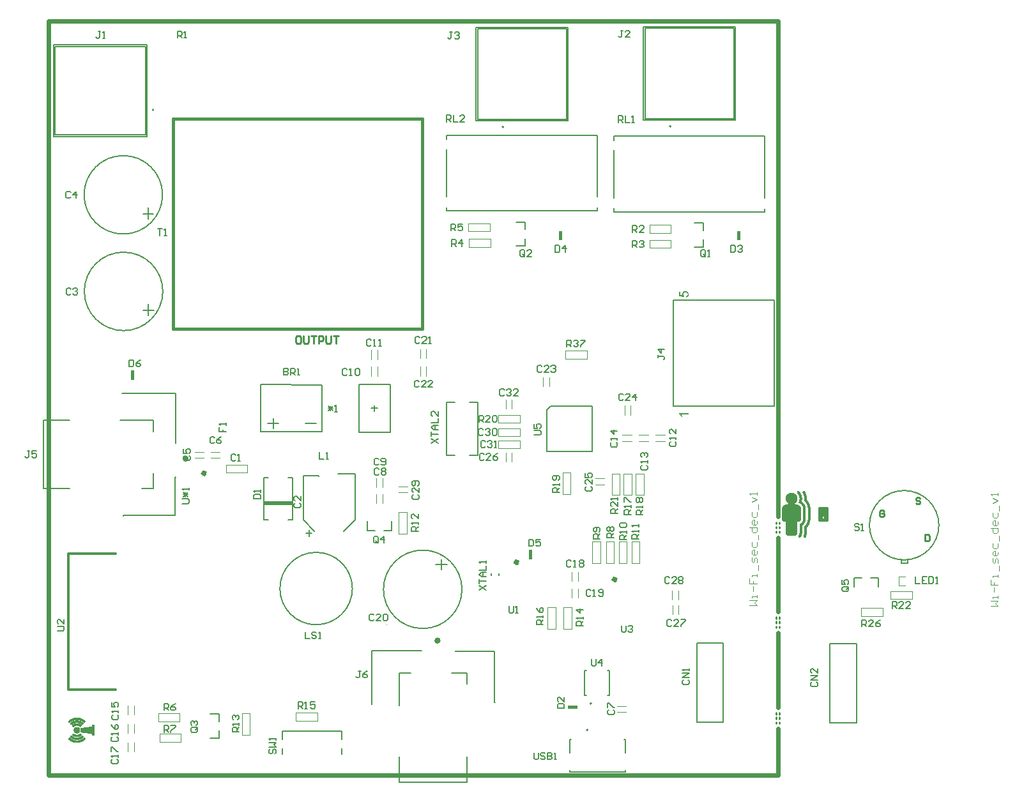
<source format=gto>
G04*
G04 #@! TF.GenerationSoftware,Altium Limited,Altium Designer,21.6.1 (37)*
G04*
G04 Layer_Color=65535*
%FSLAX25Y25*%
%MOIN*%
G70*
G04*
G04 #@! TF.SameCoordinates,ED18229B-BDCB-4A3C-9D88-49826DFA0344*
G04*
G04*
G04 #@! TF.FilePolarity,Positive*
G04*
G01*
G75*
%ADD10C,0.00787*%
%ADD11C,0.01575*%
%ADD12C,0.00500*%
%ADD13C,0.00069*%
%ADD14C,0.00394*%
%ADD15C,0.00080*%
%ADD16C,0.01181*%
%ADD17C,0.00787*%
%ADD18C,0.00472*%
%ADD19C,0.01000*%
%ADD20C,0.00709*%
%ADD21R,0.14961X0.02144*%
%ADD22C,0.02362*%
%ADD23C,0.00984*%
%ADD24C,0.00394*%
G36*
X43212Y205760D02*
X41539D01*
Y210681D01*
X43212D01*
Y205760D01*
D02*
G37*
G36*
X250956Y112027D02*
X249283D01*
Y116948D01*
X250956D01*
Y112027D01*
D02*
G37*
G36*
X274519Y35784D02*
Y34110D01*
X269597D01*
Y35784D01*
X274519D01*
D02*
G37*
G36*
X264866Y283516D02*
X266539D01*
Y278595D01*
X264866D01*
Y283516D01*
D02*
G37*
G36*
X357779D02*
X359453D01*
Y278595D01*
X357779D01*
Y283516D01*
D02*
G37*
G36*
X332520Y187734D02*
X328641D01*
X328648Y187727D01*
X328677Y187691D01*
X328720Y187648D01*
X328770Y187576D01*
X328835Y187497D01*
X328906Y187397D01*
X328985Y187282D01*
X329064Y187153D01*
Y187146D01*
X329071Y187139D01*
X329100Y187096D01*
X329136Y187024D01*
X329179Y186938D01*
X329229Y186838D01*
X329279Y186730D01*
X329329Y186623D01*
X329372Y186515D01*
X328784D01*
Y186522D01*
X328770Y186537D01*
X328763Y186565D01*
X328741Y186601D01*
X328720Y186644D01*
X328691Y186694D01*
X328620Y186816D01*
X328541Y186960D01*
X328440Y187103D01*
X328326Y187253D01*
X328204Y187404D01*
X328197Y187411D01*
X328189Y187418D01*
X328168Y187440D01*
X328146Y187469D01*
X328075Y187533D01*
X327989Y187619D01*
X327888Y187705D01*
X327773Y187798D01*
X327659Y187877D01*
X327537Y187949D01*
Y188343D01*
X332520D01*
Y187734D01*
D02*
G37*
G36*
X330957Y252078D02*
X331014Y252071D01*
X331079Y252063D01*
X331158Y252049D01*
X331237Y252035D01*
X331423Y251992D01*
X331617Y251920D01*
X331717Y251877D01*
X331810Y251820D01*
X331911Y251762D01*
X332004Y251691D01*
X332011Y251683D01*
X332032Y251669D01*
X332061Y251641D01*
X332097Y251605D01*
X332140Y251554D01*
X332197Y251497D01*
X332247Y251425D01*
X332305Y251346D01*
X332362Y251260D01*
X332412Y251160D01*
X332463Y251052D01*
X332513Y250938D01*
X332549Y250816D01*
X332577Y250680D01*
X332599Y250536D01*
X332606Y250386D01*
Y250321D01*
X332599Y250271D01*
X332592Y250214D01*
X332585Y250149D01*
X332577Y250070D01*
X332556Y249991D01*
X332513Y249812D01*
X332448Y249633D01*
X332405Y249540D01*
X332355Y249447D01*
X332298Y249360D01*
X332233Y249274D01*
X332226Y249267D01*
X332219Y249253D01*
X332190Y249238D01*
X332161Y249210D01*
X332126Y249174D01*
X332083Y249138D01*
X332025Y249095D01*
X331961Y249059D01*
X331896Y249016D01*
X331817Y248973D01*
X331645Y248894D01*
X331445Y248830D01*
X331337Y248808D01*
X331222Y248794D01*
X331172Y249432D01*
X331179D01*
X331194D01*
X331215Y249439D01*
X331251Y249447D01*
X331330Y249468D01*
X331437Y249497D01*
X331545Y249540D01*
X331667Y249597D01*
X331774Y249669D01*
X331875Y249755D01*
X331882Y249769D01*
X331911Y249798D01*
X331946Y249855D01*
X331989Y249934D01*
X332032Y250020D01*
X332068Y250128D01*
X332097Y250250D01*
X332104Y250386D01*
Y250429D01*
X332097Y250457D01*
X332090Y250543D01*
X332061Y250644D01*
X332025Y250766D01*
X331968Y250888D01*
X331882Y251017D01*
X331832Y251074D01*
X331774Y251131D01*
X331767Y251139D01*
X331760Y251146D01*
X331738Y251160D01*
X331717Y251182D01*
X331638Y251232D01*
X331538Y251289D01*
X331416Y251339D01*
X331265Y251390D01*
X331086Y251425D01*
X330993Y251440D01*
X330892D01*
X330885D01*
X330871D01*
X330842D01*
X330806Y251432D01*
X330763D01*
X330713Y251425D01*
X330598Y251404D01*
X330462Y251368D01*
X330326Y251318D01*
X330197Y251246D01*
X330075Y251146D01*
X330068D01*
X330061Y251131D01*
X330025Y251096D01*
X329975Y251031D01*
X329917Y250945D01*
X329867Y250830D01*
X329817Y250701D01*
X329781Y250551D01*
X329767Y250465D01*
Y250328D01*
X329774Y250271D01*
X329781Y250199D01*
X329803Y250113D01*
X329824Y250027D01*
X329860Y249934D01*
X329903Y249841D01*
X329910Y249834D01*
X329925Y249805D01*
X329960Y249762D01*
X329996Y249705D01*
X330046Y249647D01*
X330111Y249590D01*
X330175Y249525D01*
X330254Y249475D01*
X330175Y248902D01*
X327623Y249382D01*
Y251848D01*
X328204D01*
Y249862D01*
X329544Y249597D01*
X329537Y249604D01*
X329530Y249619D01*
X329516Y249640D01*
X329494Y249676D01*
X329473Y249719D01*
X329444Y249769D01*
X329387Y249884D01*
X329329Y250027D01*
X329279Y250185D01*
X329243Y250357D01*
X329229Y250443D01*
Y250601D01*
X329236Y250644D01*
X329243Y250701D01*
X329251Y250766D01*
X329265Y250837D01*
X329286Y250916D01*
X329337Y251088D01*
X329372Y251182D01*
X329423Y251275D01*
X329473Y251368D01*
X329530Y251461D01*
X329602Y251547D01*
X329681Y251633D01*
X329688Y251641D01*
X329702Y251655D01*
X329724Y251676D01*
X329760Y251705D01*
X329810Y251741D01*
X329860Y251777D01*
X329925Y251820D01*
X329996Y251863D01*
X330075Y251899D01*
X330161Y251942D01*
X330261Y251977D01*
X330362Y252013D01*
X330469Y252042D01*
X330591Y252063D01*
X330713Y252078D01*
X330842Y252085D01*
X330849D01*
X330871D01*
X330907D01*
X330957Y252078D01*
D02*
G37*
D10*
X463135Y129860D02*
G03*
X463135Y129860I-18110J0D01*
G01*
X281421Y37160D02*
G03*
X281450Y37161I30J-393D01*
G01*
X214282Y96390D02*
G03*
X214282Y96390I-20472J0D01*
G01*
X323355Y338088D02*
G03*
X323355Y338088I-394J0D01*
G01*
X236109Y337788D02*
G03*
X236109Y337788I-394J0D01*
G01*
X53550Y346704D02*
G03*
X53550Y346704I-394J0D01*
G01*
X280089Y22902D02*
G03*
X280089Y22902I-394J0D01*
G01*
X58173Y251922D02*
G03*
X58173Y251922I-20472J0D01*
G01*
X58036Y302332D02*
G03*
X58036Y302332I-20472J0D01*
G01*
X446874Y111844D02*
X446994Y110175D01*
X443450D02*
X446994D01*
X443441Y111819D02*
X443450Y110175D01*
X406378Y68114D02*
X420158D01*
X406378Y26776D02*
Y68114D01*
Y26776D02*
X420158D01*
Y68114D01*
X282099Y168481D02*
Y192103D01*
X258477Y168481D02*
X282099D01*
X260445Y192103D02*
X282099D01*
X258477Y190135D02*
X260445Y192103D01*
X258477Y168481D02*
Y190135D01*
X427652Y102277D02*
X431589D01*
Y97552D02*
Y102277D01*
X427652D02*
X431589D01*
X418991D02*
X422928D01*
X418991Y97552D02*
Y102277D01*
X422928D01*
X336798Y68214D02*
X350578D01*
X336798Y26876D02*
Y68214D01*
Y26876D02*
X350578D01*
Y68214D01*
X278301Y41098D02*
X279285D01*
X278301D02*
Y54090D01*
X279285D01*
X290112D02*
X291096D01*
Y41098D02*
Y54090D01*
X290112Y41098D02*
X291096D01*
X167320Y36427D02*
Y64380D01*
X193305D01*
X211021Y63986D02*
Y64380D01*
Y63986D02*
X231100D01*
Y37214D02*
Y63986D01*
Y37214D02*
X231493D01*
X164923Y127141D02*
X168860D01*
X164923D02*
Y131866D01*
Y127141D02*
X168860D01*
X173585D02*
X177522D01*
Y131866D01*
X173585Y127141D02*
X177522D01*
X139669Y155465D02*
Y155859D01*
X131401D02*
X139669D01*
X131401Y132630D02*
Y155859D01*
Y132630D02*
X137307Y126725D01*
X149512Y156646D02*
X158567D01*
Y132630D02*
Y156646D01*
X152661Y126725D02*
X158567Y132630D01*
X133016Y125780D02*
X135771D01*
X134472Y124087D02*
Y127276D01*
X110929Y132630D02*
X113291D01*
X110929D02*
Y154677D01*
X113291D01*
X123527D02*
X125890D01*
Y132630D02*
Y154677D01*
X123527Y132630D02*
X125890D01*
X203653Y106626D02*
Y112138D01*
X200503Y109382D02*
X206408D01*
X87609Y18836D02*
Y22773D01*
X82885Y18836D02*
X87609D01*
Y22773D01*
Y27498D02*
Y31435D01*
X82885D02*
X87609D01*
Y27498D02*
Y31435D01*
X120483Y10193D02*
Y13343D01*
X151586Y10193D02*
Y13343D01*
Y18067D02*
Y22398D01*
X120483D02*
X151586D01*
X120483Y18067D02*
Y22398D01*
X109066Y178697D02*
X141349D01*
X109066D02*
Y203500D01*
X141349Y203106D01*
Y178697D02*
Y203106D01*
X132688Y183028D02*
X138200D01*
X113003D02*
X118515D01*
X115759Y180272D02*
Y185784D01*
X340367Y275060D02*
Y278997D01*
X335642Y275060D02*
X340367D01*
Y278997D01*
Y283721D02*
Y287659D01*
X335642D02*
X340367D01*
Y283721D02*
Y287659D01*
X247255Y275548D02*
Y279485D01*
X242530Y275548D02*
X247255D01*
Y279485D01*
Y284209D02*
Y288146D01*
X242530D02*
X247255D01*
Y284209D02*
Y288146D01*
X308871Y390021D02*
X356902D01*
Y341202D02*
Y390021D01*
X308871Y341202D02*
X356902D01*
X308871D02*
Y390021D01*
X221625Y389721D02*
X269656D01*
Y340902D02*
Y389721D01*
X221625Y340902D02*
X269656D01*
X221625D02*
Y389721D01*
X1224Y332614D02*
Y380645D01*
X50043D01*
Y332614D02*
Y380645D01*
X1224Y332614D02*
X50043D01*
X36847Y198780D02*
X64800D01*
Y172795D02*
Y198780D01*
X64406Y155079D02*
X64800D01*
X64406Y135000D02*
Y155079D01*
X37634Y135000D02*
X64406D01*
X37634Y134607D02*
Y135000D01*
X50693Y239323D02*
Y245229D01*
X47937Y242079D02*
X53449D01*
X50555Y289733D02*
Y295639D01*
X47799Y292489D02*
X53311D01*
X166940Y190902D02*
X170089D01*
X168515Y189327D02*
Y192477D01*
X160641Y178303D02*
X176782D01*
X160641D02*
Y203500D01*
X176782Y178303D02*
Y203500D01*
Y178303D02*
Y203500D01*
X160641Y178303D02*
X176782D01*
X160641Y203500D02*
X176782D01*
X160641Y178303D02*
Y203500D01*
X176782D01*
D11*
X243041Y109846D02*
G03*
X242689Y109763I-352J704D01*
G01*
X294222Y100791D02*
G03*
X293870Y100708I-352J704D01*
G01*
X202281Y69636D02*
G03*
X202281Y69636I-787J0D01*
G01*
X79957Y156277D02*
G03*
X79605Y156194I-352J704D01*
G01*
X70843Y164606D02*
G03*
X70843Y164606I-787J0D01*
G01*
X63685Y342079D02*
X193606D01*
Y232237D02*
Y342079D01*
X63685Y232237D02*
X193606D01*
X63685D02*
Y342079D01*
D12*
X157097Y96807D02*
G03*
X157097Y96807I-18898J0D01*
G01*
X181493Y-4419D02*
X216927D01*
X181493D02*
Y9163D01*
Y35541D02*
Y52667D01*
X187399D01*
X209052D02*
X216927D01*
Y-4419D02*
Y9163D01*
Y46959D02*
Y52667D01*
X229697Y103858D02*
Y104645D01*
X233634Y103858D02*
Y104645D01*
X218386Y166411D02*
X222481D01*
Y193970D01*
X218386D02*
X222481D01*
X206339D02*
X210434D01*
X206339Y166411D02*
Y193970D01*
Y166411D02*
X210434D01*
X372256Y300824D02*
Y332895D01*
Y293525D02*
Y295174D01*
X293516Y293525D02*
Y295281D01*
Y300824D02*
Y325595D01*
Y330745D02*
Y332895D01*
Y293525D02*
X372256D01*
X293516Y332895D02*
X372256D01*
X285011Y301311D02*
Y333382D01*
Y294012D02*
Y295662D01*
X206271Y294012D02*
Y295768D01*
Y301311D02*
Y326083D01*
Y331233D02*
Y333382D01*
Y294012D02*
X285011D01*
X206271Y333382D02*
X285011D01*
X309812Y342025D02*
Y389269D01*
X356111Y342025D02*
Y389269D01*
X309812D02*
X356111D01*
X309812Y342025D02*
X356111D01*
X222566Y341725D02*
Y388969D01*
X268865Y341725D02*
Y388969D01*
X222566D02*
X268865D01*
X222566Y341725D02*
X268865D01*
X1976Y333555D02*
X49220D01*
X1976Y379854D02*
X49220D01*
X1976Y333555D02*
Y379854D01*
X49220Y333555D02*
Y379854D01*
X-3999Y149173D02*
Y184607D01*
X9583D01*
X35961D02*
X53087D01*
Y178701D02*
Y184607D01*
Y149173D02*
Y157047D01*
X-3999Y149173D02*
X9583D01*
X47379D02*
X53087D01*
X270443Y1051D02*
X299577D01*
Y2114D01*
X270443Y1051D02*
Y2114D01*
X298868Y17980D02*
X299577D01*
X270443D02*
X271152D01*
X299577Y11071D02*
Y17980D01*
X270443Y11071D02*
Y17980D01*
D13*
X22214Y20494D02*
Y25466D01*
X22145Y20425D02*
Y25535D01*
X22076Y20356D02*
Y25604D01*
X22007Y20287D02*
Y25673D01*
X21938Y20287D02*
Y25673D01*
X21869Y20218D02*
Y25742D01*
X21800Y20218D02*
Y25742D01*
X21731Y20218D02*
Y25742D01*
X21662Y20287D02*
Y25673D01*
X21593Y20287D02*
Y25673D01*
X21524Y20287D02*
Y25673D01*
X21455Y20356D02*
Y25604D01*
X21386Y20425D02*
Y25535D01*
X21317Y20563D02*
Y25397D01*
X21248Y21184D02*
Y24776D01*
X21178Y21184D02*
Y24776D01*
X21109Y21184D02*
Y24776D01*
X21040Y21184D02*
Y24706D01*
X20971Y21253D02*
Y24706D01*
X20902Y21253D02*
Y24706D01*
X20833Y21253D02*
Y24706D01*
X20764Y21253D02*
Y24706D01*
X20695Y21253D02*
Y24706D01*
X20626Y21253D02*
Y24706D01*
X20557Y21253D02*
Y24706D01*
X20488Y21323D02*
Y24637D01*
X20419Y21323D02*
Y24637D01*
X20350Y21323D02*
Y24637D01*
X20281Y21323D02*
Y24637D01*
X20212Y21323D02*
Y24637D01*
X20143Y21323D02*
Y24637D01*
X20074Y21323D02*
Y24637D01*
X20004Y21323D02*
Y24637D01*
X19935Y21392D02*
Y24568D01*
X19866Y21392D02*
Y24568D01*
X19797Y21392D02*
Y24568D01*
X19728Y21392D02*
Y24568D01*
X19659Y21392D02*
Y24568D01*
X19590Y21392D02*
Y24568D01*
X19521Y21392D02*
Y24568D01*
X19452Y21392D02*
Y24568D01*
X19383Y21461D02*
Y24499D01*
X19314Y21461D02*
Y24499D01*
X19245Y21461D02*
Y24499D01*
X19176Y21461D02*
Y24499D01*
X19107Y21461D02*
Y24499D01*
X19038Y21461D02*
Y24499D01*
X18969Y21461D02*
Y24499D01*
X18900Y21461D02*
Y24499D01*
X18830Y21530D02*
Y24430D01*
X18761Y21530D02*
Y24430D01*
X18692Y21530D02*
Y24430D01*
X18623Y21530D02*
Y24430D01*
X18554Y21530D02*
Y24430D01*
X18485Y21530D02*
Y24430D01*
X18416Y21530D02*
Y24430D01*
X18347Y21530D02*
Y24430D01*
X18278Y21599D02*
Y24361D01*
X18209Y21599D02*
Y24361D01*
X18140Y21599D02*
Y24361D01*
X18071Y21599D02*
Y24361D01*
X18002Y21599D02*
Y24361D01*
X17933Y21599D02*
Y24361D01*
X17864Y21599D02*
Y24361D01*
X17795Y21599D02*
Y24361D01*
X17726Y21668D02*
Y24292D01*
X17656Y27469D02*
Y27538D01*
Y21668D02*
Y24292D01*
Y18422D02*
Y18491D01*
X17587Y27400D02*
Y27607D01*
Y21668D02*
Y24292D01*
Y18353D02*
Y18560D01*
X17518Y27331D02*
Y27676D01*
Y21668D02*
Y24292D01*
Y18284D02*
Y18629D01*
X17449Y27262D02*
Y27745D01*
Y21668D02*
Y24292D01*
Y18215D02*
Y18698D01*
X17380Y27193D02*
Y27814D01*
Y21668D02*
Y24292D01*
Y18146D02*
Y18767D01*
X17311Y27124D02*
Y27883D01*
Y21668D02*
Y24292D01*
Y18077D02*
Y18836D01*
X17242Y27055D02*
Y27952D01*
Y21737D02*
Y24223D01*
Y18008D02*
Y18905D01*
X17173Y26985D02*
Y27952D01*
Y21737D02*
Y24223D01*
Y18008D02*
Y18974D01*
X17104Y26916D02*
Y28021D01*
Y21737D02*
Y24223D01*
Y17939D02*
Y19044D01*
X17035Y26916D02*
Y28090D01*
Y21737D02*
Y24223D01*
Y17870D02*
Y19044D01*
X16966Y26985D02*
Y28159D01*
Y21737D02*
Y24223D01*
Y17800D02*
Y18974D01*
X16897Y27055D02*
Y28159D01*
Y21737D02*
Y24223D01*
Y17800D02*
Y18905D01*
X16828Y27124D02*
Y28229D01*
Y21737D02*
Y24223D01*
Y17731D02*
Y18836D01*
X16759Y27193D02*
Y28298D01*
Y21737D02*
Y24223D01*
Y17662D02*
Y18767D01*
X16690Y27262D02*
Y28367D01*
Y21806D02*
Y24154D01*
Y17593D02*
Y18698D01*
X16621Y27262D02*
Y28367D01*
Y26433D02*
Y26502D01*
Y21806D02*
Y24154D01*
Y19458D02*
Y19527D01*
Y17593D02*
Y18698D01*
X16551Y27331D02*
Y28436D01*
Y26364D02*
Y26571D01*
Y21806D02*
Y24154D01*
Y19389D02*
Y19596D01*
Y17524D02*
Y18629D01*
X16482Y27400D02*
Y28436D01*
Y26295D02*
Y26640D01*
Y21806D02*
Y24154D01*
Y19320D02*
Y19665D01*
Y17524D02*
Y18560D01*
X16413Y27469D02*
Y28505D01*
Y26226D02*
Y26709D01*
Y21806D02*
Y24154D01*
Y19251D02*
Y19734D01*
Y17455D02*
Y18491D01*
X16344Y27469D02*
Y28574D01*
Y26157D02*
Y26778D01*
Y21806D02*
Y24154D01*
Y19182D02*
Y19803D01*
Y17386D02*
Y18491D01*
X16275Y27538D02*
Y28574D01*
Y26088D02*
Y26847D01*
Y21806D02*
Y24154D01*
Y19113D02*
Y19872D01*
Y17386D02*
Y18422D01*
X16206Y27607D02*
Y28643D01*
Y26019D02*
Y26847D01*
Y21806D02*
Y24154D01*
Y19113D02*
Y19941D01*
Y17317D02*
Y18353D01*
X16137Y27607D02*
Y28643D01*
Y25950D02*
Y26916D01*
Y21875D02*
Y24085D01*
Y19044D02*
Y20010D01*
Y17317D02*
Y18353D01*
X16068Y27676D02*
Y28712D01*
Y25881D02*
Y26985D01*
Y21875D02*
Y24085D01*
Y18974D02*
Y20079D01*
Y17248D02*
Y18284D01*
X15999Y27745D02*
Y28712D01*
Y25881D02*
Y27055D01*
Y21875D02*
Y24085D01*
Y18905D02*
Y20079D01*
Y17248D02*
Y18215D01*
X15930Y27745D02*
Y28781D01*
Y25950D02*
Y27055D01*
Y21875D02*
Y24085D01*
Y18905D02*
Y20010D01*
Y17179D02*
Y18215D01*
X15861Y27814D02*
Y28781D01*
Y26019D02*
Y27124D01*
Y21875D02*
Y24085D01*
Y18836D02*
Y19941D01*
Y17179D02*
Y18146D01*
X15792Y27814D02*
Y28850D01*
Y26088D02*
Y27124D01*
Y21875D02*
Y24085D01*
Y18767D02*
Y19872D01*
Y17110D02*
Y18146D01*
X15723Y27883D02*
Y28850D01*
Y26157D02*
Y27193D01*
Y21875D02*
Y24085D01*
Y18767D02*
Y19803D01*
Y17110D02*
Y18077D01*
X15654Y27883D02*
Y28850D01*
Y26157D02*
Y27262D01*
Y21875D02*
Y24085D01*
Y18698D02*
Y19803D01*
Y17110D02*
Y18077D01*
X15585Y27952D02*
Y28919D01*
Y26226D02*
Y27262D01*
Y25397D02*
Y25466D01*
Y21944D02*
Y24016D01*
Y20494D02*
Y20563D01*
Y18698D02*
Y19734D01*
Y17041D02*
Y18008D01*
X15516Y27952D02*
Y28919D01*
Y26295D02*
Y27331D01*
Y25328D02*
Y25535D01*
Y21944D02*
Y24016D01*
Y20425D02*
Y20632D01*
Y18629D02*
Y19665D01*
Y17041D02*
Y18008D01*
X15447Y28021D02*
Y28988D01*
Y26295D02*
Y27331D01*
Y25259D02*
Y25604D01*
Y21944D02*
Y24016D01*
Y20356D02*
Y20701D01*
Y18629D02*
Y19596D01*
Y16972D02*
Y17939D01*
X15377Y28021D02*
Y28988D01*
Y26364D02*
Y27400D01*
Y25190D02*
Y25673D01*
Y21944D02*
Y24016D01*
Y20287D02*
Y20770D01*
Y18560D02*
Y19596D01*
Y16972D02*
Y17939D01*
X15308Y28090D02*
Y28988D01*
Y26433D02*
Y27400D01*
Y25121D02*
Y25673D01*
Y23187D02*
Y24016D01*
Y21944D02*
Y22773D01*
Y20287D02*
Y20839D01*
Y18560D02*
Y19527D01*
Y16972D02*
Y17870D01*
X15239Y28090D02*
Y29057D01*
Y26433D02*
Y27469D01*
Y25052D02*
Y25742D01*
Y23532D02*
Y24016D01*
Y21944D02*
Y22358D01*
Y20218D02*
Y20908D01*
Y18491D02*
Y19527D01*
Y16903D02*
Y17870D01*
X15170Y28090D02*
Y29057D01*
Y26502D02*
Y27469D01*
Y24983D02*
Y25811D01*
Y23740D02*
Y24016D01*
Y21944D02*
Y22220D01*
Y20149D02*
Y20977D01*
Y18491D02*
Y19458D01*
Y16903D02*
Y17870D01*
X15101Y28159D02*
Y29057D01*
Y26502D02*
Y27538D01*
Y24914D02*
Y25881D01*
Y23878D02*
Y24016D01*
Y20079D02*
Y21046D01*
Y18422D02*
Y19389D01*
Y16903D02*
Y17800D01*
X15032Y28159D02*
Y29126D01*
Y26571D02*
Y27538D01*
Y24845D02*
Y25881D01*
Y20079D02*
Y21115D01*
Y18422D02*
Y19389D01*
Y16834D02*
Y17800D01*
X14963Y28159D02*
Y29126D01*
Y26571D02*
Y27538D01*
Y24845D02*
Y25950D01*
Y20010D02*
Y21115D01*
Y18422D02*
Y19320D01*
Y16834D02*
Y17800D01*
X14894Y28229D02*
Y29126D01*
Y26640D02*
Y27607D01*
Y24914D02*
Y25950D01*
Y20010D02*
Y21046D01*
Y18353D02*
Y19320D01*
Y16834D02*
Y17731D01*
X14825Y28229D02*
Y29126D01*
Y26640D02*
Y27607D01*
Y24983D02*
Y26019D01*
Y19941D02*
Y20977D01*
Y18353D02*
Y19320D01*
Y16765D02*
Y17731D01*
X14756Y28229D02*
Y29195D01*
Y26709D02*
Y27676D01*
Y24983D02*
Y26019D01*
Y19941D02*
Y20977D01*
Y18284D02*
Y19251D01*
Y16765D02*
Y17662D01*
X14687Y28298D02*
Y29195D01*
Y26709D02*
Y27676D01*
Y25052D02*
Y26088D01*
Y22635D02*
Y23325D01*
Y19872D02*
Y20908D01*
Y18284D02*
Y19251D01*
Y16765D02*
Y17662D01*
X14618Y28298D02*
Y29195D01*
Y26778D02*
Y27676D01*
Y25121D02*
Y26088D01*
Y22427D02*
Y23532D01*
Y19872D02*
Y20839D01*
Y18284D02*
Y19182D01*
Y16765D02*
Y17662D01*
X14549Y28298D02*
Y29195D01*
Y26778D02*
Y27676D01*
Y25121D02*
Y26157D01*
Y22289D02*
Y23671D01*
Y19803D02*
Y20839D01*
Y18284D02*
Y19182D01*
Y16765D02*
Y17662D01*
X14480Y28298D02*
Y29264D01*
Y26778D02*
Y27745D01*
Y25190D02*
Y26157D01*
Y22151D02*
Y23809D01*
Y19803D02*
Y20770D01*
Y18215D02*
Y19182D01*
Y16696D02*
Y17593D01*
X14411Y28367D02*
Y29264D01*
Y26847D02*
Y27745D01*
Y25259D02*
Y26226D01*
Y22082D02*
Y23878D01*
Y19734D02*
Y20701D01*
Y18215D02*
Y19113D01*
Y16696D02*
Y17593D01*
X14342Y28367D02*
Y29264D01*
Y26847D02*
Y27745D01*
Y25259D02*
Y26226D01*
Y21944D02*
Y24016D01*
Y19734D02*
Y20701D01*
Y18215D02*
Y19113D01*
Y16696D02*
Y17593D01*
X14273Y28367D02*
Y29264D01*
Y26847D02*
Y27745D01*
Y25328D02*
Y26226D01*
Y21875D02*
Y24085D01*
Y19734D02*
Y20632D01*
Y18215D02*
Y19113D01*
Y16696D02*
Y17593D01*
X14203Y28367D02*
Y29264D01*
Y26916D02*
Y27814D01*
Y25328D02*
Y26295D01*
Y21806D02*
Y24154D01*
Y19665D02*
Y20632D01*
Y18146D02*
Y19044D01*
Y16696D02*
Y17593D01*
X14134Y28436D02*
Y29333D01*
Y26916D02*
Y27814D01*
Y25328D02*
Y26295D01*
Y21806D02*
Y24154D01*
Y19665D02*
Y20563D01*
Y18146D02*
Y19044D01*
Y16626D02*
Y17524D01*
X14065Y28436D02*
Y29333D01*
Y26916D02*
Y27814D01*
Y25397D02*
Y26295D01*
Y21737D02*
Y24223D01*
Y19665D02*
Y20563D01*
Y18146D02*
Y19044D01*
Y16626D02*
Y17524D01*
X13996Y28436D02*
Y29333D01*
Y26916D02*
Y27814D01*
Y25397D02*
Y26295D01*
Y21668D02*
Y24292D01*
Y19596D02*
Y20563D01*
Y18146D02*
Y19044D01*
Y16626D02*
Y17524D01*
X13927Y28436D02*
Y29333D01*
Y26916D02*
Y27814D01*
Y25466D02*
Y26364D01*
Y21668D02*
Y24292D01*
Y19596D02*
Y20494D01*
Y18146D02*
Y19044D01*
Y16626D02*
Y17524D01*
X13858Y28436D02*
Y29333D01*
Y26985D02*
Y27883D01*
Y25466D02*
Y26364D01*
Y21599D02*
Y24361D01*
Y19596D02*
Y20494D01*
Y18077D02*
Y18974D01*
Y16626D02*
Y17524D01*
X13789Y28436D02*
Y29333D01*
Y26985D02*
Y27883D01*
Y25466D02*
Y26364D01*
Y21599D02*
Y24361D01*
Y19596D02*
Y20494D01*
Y18077D02*
Y18974D01*
Y16626D02*
Y17524D01*
X13720Y28436D02*
Y29333D01*
Y26985D02*
Y27883D01*
Y25466D02*
Y26364D01*
Y21530D02*
Y24430D01*
Y19596D02*
Y20494D01*
Y18077D02*
Y18974D01*
Y16626D02*
Y17524D01*
X13651Y28436D02*
Y29333D01*
Y26985D02*
Y27883D01*
Y25466D02*
Y26364D01*
Y21530D02*
Y24430D01*
Y19596D02*
Y20494D01*
Y18077D02*
Y18974D01*
Y16626D02*
Y17524D01*
X13582Y28436D02*
Y29333D01*
Y26985D02*
Y27883D01*
Y25535D02*
Y26433D01*
Y21530D02*
Y24430D01*
Y19527D02*
Y20425D01*
Y18077D02*
Y18974D01*
Y16626D02*
Y17455D01*
X13513Y28505D02*
Y29333D01*
Y26985D02*
Y27883D01*
Y25535D02*
Y26433D01*
Y21461D02*
Y24499D01*
Y19527D02*
Y20425D01*
Y18077D02*
Y18974D01*
Y16626D02*
Y17455D01*
X13444Y28505D02*
Y29333D01*
Y26985D02*
Y27883D01*
Y25535D02*
Y26433D01*
Y21461D02*
Y24499D01*
Y19527D02*
Y20425D01*
Y18077D02*
Y18974D01*
Y16626D02*
Y17455D01*
X13375Y28505D02*
Y29403D01*
Y26985D02*
Y27883D01*
Y25535D02*
Y26433D01*
Y21461D02*
Y24499D01*
Y19527D02*
Y20425D01*
Y18077D02*
Y18974D01*
Y16557D02*
Y17455D01*
X13306Y28505D02*
Y29403D01*
Y26985D02*
Y27883D01*
Y25535D02*
Y26433D01*
Y21461D02*
Y24499D01*
Y19527D02*
Y20425D01*
Y18077D02*
Y18974D01*
Y16557D02*
Y17455D01*
X13237Y28505D02*
Y29403D01*
Y26985D02*
Y27883D01*
Y25535D02*
Y26433D01*
Y21461D02*
Y24499D01*
Y19527D02*
Y20425D01*
Y18077D02*
Y18974D01*
Y16557D02*
Y17455D01*
X13168Y28505D02*
Y29403D01*
Y26985D02*
Y27883D01*
Y25535D02*
Y26433D01*
Y21461D02*
Y24499D01*
Y19527D02*
Y20425D01*
Y18077D02*
Y18974D01*
Y16557D02*
Y17455D01*
X13099Y28505D02*
Y29403D01*
Y26985D02*
Y27883D01*
Y25535D02*
Y26433D01*
Y21461D02*
Y24499D01*
Y19527D02*
Y20425D01*
Y18077D02*
Y18974D01*
Y16557D02*
Y17455D01*
X13029Y28505D02*
Y29403D01*
Y26985D02*
Y27883D01*
Y25535D02*
Y26433D01*
Y21461D02*
Y24499D01*
Y19527D02*
Y20425D01*
Y18077D02*
Y18974D01*
Y16557D02*
Y17455D01*
X12960Y28505D02*
Y29333D01*
Y26985D02*
Y27883D01*
Y25535D02*
Y26433D01*
Y21461D02*
Y24499D01*
Y19527D02*
Y20425D01*
Y18077D02*
Y18974D01*
Y16626D02*
Y17455D01*
X12891Y28505D02*
Y29333D01*
Y26985D02*
Y27883D01*
Y25535D02*
Y26433D01*
Y21461D02*
Y24499D01*
Y19527D02*
Y20425D01*
Y18077D02*
Y18974D01*
Y16626D02*
Y17455D01*
X12822Y28436D02*
Y29333D01*
Y26985D02*
Y27883D01*
Y25535D02*
Y26433D01*
Y21530D02*
Y24430D01*
Y19527D02*
Y20425D01*
Y18077D02*
Y18974D01*
Y16626D02*
Y17455D01*
X12753Y28436D02*
Y29333D01*
Y26985D02*
Y27883D01*
Y25466D02*
Y26364D01*
Y21530D02*
Y24430D01*
Y19596D02*
Y20494D01*
Y18077D02*
Y18974D01*
Y16626D02*
Y17524D01*
X12684Y28436D02*
Y29333D01*
Y26985D02*
Y27883D01*
Y25466D02*
Y26364D01*
Y21530D02*
Y24430D01*
Y19596D02*
Y20494D01*
Y18077D02*
Y18974D01*
Y16626D02*
Y17524D01*
X12615Y28436D02*
Y29333D01*
Y26985D02*
Y27883D01*
Y25466D02*
Y26364D01*
Y21599D02*
Y24361D01*
Y19596D02*
Y20494D01*
Y18077D02*
Y18974D01*
Y16626D02*
Y17524D01*
X12546Y28436D02*
Y29333D01*
Y26985D02*
Y27883D01*
Y25466D02*
Y26364D01*
Y21599D02*
Y24361D01*
Y19596D02*
Y20494D01*
Y18077D02*
Y18974D01*
Y16626D02*
Y17524D01*
X12477Y28436D02*
Y29333D01*
Y26916D02*
Y27814D01*
Y25466D02*
Y26364D01*
Y21599D02*
Y24292D01*
Y19596D02*
Y20494D01*
Y18146D02*
Y19044D01*
Y16626D02*
Y17524D01*
X12408Y28436D02*
Y29333D01*
Y26916D02*
Y27814D01*
Y25397D02*
Y26364D01*
Y21668D02*
Y24292D01*
Y19596D02*
Y20563D01*
Y18146D02*
Y19044D01*
Y16626D02*
Y17524D01*
X12339Y28436D02*
Y29333D01*
Y26916D02*
Y27814D01*
Y25397D02*
Y26295D01*
Y21737D02*
Y24223D01*
Y19665D02*
Y20563D01*
Y18146D02*
Y19044D01*
Y16626D02*
Y17524D01*
X12270Y28436D02*
Y29333D01*
Y26916D02*
Y27814D01*
Y25397D02*
Y26295D01*
Y21737D02*
Y24223D01*
Y19665D02*
Y20563D01*
Y18146D02*
Y19044D01*
Y16626D02*
Y17524D01*
X12201Y28367D02*
Y29264D01*
Y26916D02*
Y27814D01*
Y25328D02*
Y26295D01*
Y21806D02*
Y24154D01*
Y19665D02*
Y20632D01*
Y18146D02*
Y19044D01*
Y16696D02*
Y17593D01*
X12132Y28367D02*
Y29264D01*
Y26847D02*
Y27745D01*
Y25328D02*
Y26226D01*
Y21875D02*
Y24085D01*
Y19734D02*
Y20632D01*
Y18215D02*
Y19113D01*
Y16696D02*
Y17593D01*
X12063Y28367D02*
Y29264D01*
Y26847D02*
Y27745D01*
Y25259D02*
Y26226D01*
Y21944D02*
Y24016D01*
Y19734D02*
Y20701D01*
Y18215D02*
Y19113D01*
Y16696D02*
Y17593D01*
X11993Y28367D02*
Y29264D01*
Y26847D02*
Y27745D01*
Y25259D02*
Y26226D01*
Y22013D02*
Y23947D01*
Y19734D02*
Y20701D01*
Y18215D02*
Y19113D01*
Y16696D02*
Y17593D01*
X11925Y28298D02*
Y29264D01*
Y26778D02*
Y27745D01*
Y25190D02*
Y26157D01*
Y22151D02*
Y23809D01*
Y19803D02*
Y20770D01*
Y18215D02*
Y19182D01*
Y16696D02*
Y17593D01*
X11855Y28298D02*
Y29195D01*
Y26778D02*
Y27676D01*
Y25190D02*
Y26157D01*
Y22220D02*
Y23740D01*
Y19803D02*
Y20770D01*
Y18284D02*
Y19182D01*
Y16765D02*
Y17662D01*
X11786Y28298D02*
Y29195D01*
Y26778D02*
Y27676D01*
Y25121D02*
Y26088D01*
Y22427D02*
Y23532D01*
Y19872D02*
Y20839D01*
Y18284D02*
Y19182D01*
Y16765D02*
Y17662D01*
X11717Y28298D02*
Y29195D01*
Y26709D02*
Y27676D01*
Y25052D02*
Y26088D01*
Y22635D02*
Y23325D01*
Y19872D02*
Y20908D01*
Y18284D02*
Y19251D01*
Y16765D02*
Y17662D01*
X11648Y28298D02*
Y29195D01*
Y26709D02*
Y27676D01*
Y24983D02*
Y26019D01*
Y19872D02*
Y20977D01*
Y18284D02*
Y19251D01*
Y16765D02*
Y17662D01*
X11579Y28229D02*
Y29195D01*
Y26640D02*
Y27607D01*
Y24983D02*
Y26019D01*
Y19941D02*
Y20977D01*
Y18353D02*
Y19320D01*
Y16765D02*
Y17731D01*
X11510Y28229D02*
Y29126D01*
Y26640D02*
Y27607D01*
Y24914D02*
Y25950D01*
Y20010D02*
Y21046D01*
Y18353D02*
Y19320D01*
Y16834D02*
Y17731D01*
X11441Y28159D02*
Y29126D01*
Y26640D02*
Y27538D01*
Y24845D02*
Y25950D01*
Y20010D02*
Y21115D01*
Y18422D02*
Y19320D01*
Y16834D02*
Y17731D01*
X11372Y28159D02*
Y29126D01*
Y26571D02*
Y27538D01*
Y24845D02*
Y25881D01*
Y20079D02*
Y21115D01*
Y18422D02*
Y19389D01*
Y16834D02*
Y17800D01*
X11303Y28159D02*
Y29057D01*
Y26571D02*
Y27538D01*
Y24845D02*
Y25881D01*
Y20079D02*
Y21115D01*
Y18422D02*
Y19389D01*
Y16903D02*
Y17800D01*
X11234Y28090D02*
Y29057D01*
Y26502D02*
Y27469D01*
Y24914D02*
Y25811D01*
Y20149D02*
Y21046D01*
Y18491D02*
Y19458D01*
Y16903D02*
Y17870D01*
X11165Y28090D02*
Y29057D01*
Y26433D02*
Y27469D01*
Y24983D02*
Y25742D01*
Y20218D02*
Y20977D01*
Y18491D02*
Y19527D01*
Y16903D02*
Y17870D01*
X11096Y28090D02*
Y28988D01*
Y26433D02*
Y27400D01*
Y25052D02*
Y25673D01*
Y20287D02*
Y20908D01*
Y18560D02*
Y19527D01*
Y16972D02*
Y17870D01*
X11027Y28021D02*
Y28988D01*
Y26364D02*
Y27400D01*
Y25121D02*
Y25673D01*
Y20287D02*
Y20839D01*
Y18560D02*
Y19596D01*
Y16972D02*
Y17939D01*
X10958Y28021D02*
Y28988D01*
Y26364D02*
Y27331D01*
Y25190D02*
Y25604D01*
Y20356D02*
Y20770D01*
Y18629D02*
Y19596D01*
Y16972D02*
Y17939D01*
X10889Y27952D02*
Y28919D01*
Y26295D02*
Y27331D01*
Y25259D02*
Y25535D01*
Y20425D02*
Y20701D01*
Y18629D02*
Y19665D01*
Y17041D02*
Y18008D01*
X10819Y27952D02*
Y28919D01*
Y26226D02*
Y27262D01*
Y25328D02*
Y25466D01*
Y20494D02*
Y20632D01*
Y18698D02*
Y19734D01*
Y17041D02*
Y18008D01*
X10750Y27883D02*
Y28850D01*
Y26157D02*
Y27262D01*
Y18698D02*
Y19803D01*
Y17041D02*
Y18077D01*
X10681Y27883D02*
Y28850D01*
Y26157D02*
Y27193D01*
Y18767D02*
Y19803D01*
Y17110D02*
Y18077D01*
X10612Y27814D02*
Y28850D01*
Y26088D02*
Y27193D01*
Y18767D02*
Y19872D01*
Y17110D02*
Y18146D01*
X10543Y27814D02*
Y28781D01*
Y26019D02*
Y27124D01*
Y18836D02*
Y19941D01*
Y17179D02*
Y18146D01*
X10474Y27745D02*
Y28781D01*
Y25950D02*
Y27055D01*
Y18905D02*
Y20010D01*
Y17179D02*
Y18215D01*
X10405Y27745D02*
Y28712D01*
Y25881D02*
Y27055D01*
Y18905D02*
Y20079D01*
Y17248D02*
Y18215D01*
X10336Y27676D02*
Y28712D01*
Y25881D02*
Y26985D01*
Y18974D02*
Y20079D01*
Y17248D02*
Y18284D01*
X10267Y27607D02*
Y28643D01*
Y25881D02*
Y26916D01*
Y19044D02*
Y20079D01*
Y17317D02*
Y18353D01*
X10198Y27607D02*
Y28643D01*
Y25950D02*
Y26847D01*
Y19113D02*
Y20010D01*
Y17317D02*
Y18353D01*
X10129Y27538D02*
Y28574D01*
Y26019D02*
Y26847D01*
Y19113D02*
Y19941D01*
Y17386D02*
Y18422D01*
X10060Y27469D02*
Y28574D01*
Y26088D02*
Y26778D01*
Y19182D02*
Y19872D01*
Y17386D02*
Y18491D01*
X9991Y27469D02*
Y28505D01*
Y26157D02*
Y26709D01*
Y19251D02*
Y19803D01*
Y17455D02*
Y18491D01*
X9922Y27400D02*
Y28436D01*
Y26226D02*
Y26640D01*
Y19320D02*
Y19734D01*
Y17524D02*
Y18560D01*
X9853Y27331D02*
Y28436D01*
Y26295D02*
Y26571D01*
Y19389D02*
Y19665D01*
Y17524D02*
Y18629D01*
X9784Y27262D02*
Y28367D01*
Y26364D02*
Y26502D01*
Y19458D02*
Y19596D01*
Y17593D02*
Y18629D01*
X9714Y27262D02*
Y28367D01*
Y17593D02*
Y18698D01*
X9646Y27193D02*
Y28298D01*
Y17662D02*
Y18767D01*
X9576Y27124D02*
Y28229D01*
Y17731D02*
Y18836D01*
X9507Y27055D02*
Y28229D01*
Y17731D02*
Y18905D01*
X9438Y26985D02*
Y28159D01*
Y17800D02*
Y18974D01*
X9369Y26916D02*
Y28090D01*
Y17870D02*
Y19044D01*
X9300Y26916D02*
Y28021D01*
Y17939D02*
Y19044D01*
X9231Y26916D02*
Y28021D01*
Y17939D02*
Y19044D01*
X9162Y26985D02*
Y27952D01*
Y18008D02*
Y18974D01*
X9093Y27055D02*
Y27883D01*
Y18077D02*
Y18905D01*
X9024Y27124D02*
Y27814D01*
Y18146D02*
Y18836D01*
X8955Y27193D02*
Y27745D01*
Y18215D02*
Y18767D01*
X8886Y27262D02*
Y27676D01*
Y18284D02*
Y18698D01*
X8817Y27331D02*
Y27607D01*
Y18353D02*
Y18629D01*
X8748Y27400D02*
Y27538D01*
Y18422D02*
Y18560D01*
D14*
X39971Y11768D02*
Y16493D01*
X43121Y11768D02*
Y16493D01*
X39971Y21217D02*
Y25942D01*
X43121Y21217D02*
Y25942D01*
X39971Y31060D02*
Y35784D01*
X43121Y31060D02*
Y35784D01*
X442365Y98448D02*
X445515D01*
X442365Y103172D02*
X445515D01*
X442365Y98448D02*
Y103172D01*
X437900Y91300D02*
X449150D01*
X437900D02*
Y95500D01*
X449150D01*
Y91300D02*
Y95500D01*
X422495Y82420D02*
X433745D01*
X422495D02*
Y86620D01*
X433745D01*
Y82420D02*
Y86620D01*
X295286Y35390D02*
X300011D01*
X295286Y32240D02*
X300011D01*
X185527Y125453D02*
Y136703D01*
X181327Y125453D02*
X185527D01*
X181327D02*
Y136703D01*
X185527D01*
X169648Y141419D02*
Y146144D01*
X172797Y141419D02*
Y146144D01*
X169648Y149582D02*
Y154306D01*
X172797Y149582D02*
Y154306D01*
X181065Y150173D02*
X185790D01*
X181065Y147023D02*
X185790D01*
X83071Y168117D02*
X87795D01*
X83071Y164967D02*
X87795D01*
X74803D02*
X79528D01*
X74803Y168117D02*
X79528D01*
X91140Y161520D02*
X102390D01*
Y157320D02*
Y161520D01*
X91140Y157320D02*
X102390D01*
X91140D02*
Y161520D01*
X174855Y78032D02*
Y78134D01*
X67660Y16700D02*
Y20900D01*
X56410D02*
X67660D01*
X56410Y16700D02*
Y20900D01*
Y16700D02*
X67660D01*
X55778Y31631D02*
X67028D01*
Y27431D02*
Y31631D01*
X55778Y27431D02*
X67028D01*
X55778D02*
Y31631D01*
X99486Y20381D02*
X103686D01*
Y31631D01*
X99486D02*
X103686D01*
X99486Y20381D02*
Y31631D01*
X138731Y27778D02*
Y31978D01*
X127481D02*
X138731D01*
X127481Y27778D02*
Y31978D01*
Y27778D02*
X138731D01*
X274775Y92047D02*
Y96771D01*
X271626Y92047D02*
Y96771D01*
X274775Y100708D02*
Y105432D01*
X271626Y100708D02*
Y105432D01*
X327334Y83385D02*
Y88110D01*
X324185Y83385D02*
Y88110D01*
X327138Y90866D02*
Y95590D01*
X323988Y90866D02*
Y95590D01*
X298700Y156808D02*
X302900D01*
X298700Y145558D02*
Y156808D01*
Y145558D02*
X302900D01*
Y156808D01*
X292401D02*
X296601D01*
X292401Y145558D02*
Y156808D01*
Y145558D02*
X296601D01*
Y156808D01*
X309199Y145558D02*
Y156808D01*
X304999Y145558D02*
X309199D01*
X304999D02*
Y156808D01*
X309199D01*
X258924Y75831D02*
Y87081D01*
X263124D01*
Y75831D02*
Y87081D01*
X258924Y75831D02*
X263124D01*
X267360Y75767D02*
Y87017D01*
X271560D01*
Y75767D02*
Y87017D01*
X267360Y75767D02*
X271560D01*
X293608Y110069D02*
Y121319D01*
X289408Y110069D02*
X293608D01*
X289408D02*
Y121319D01*
X293608D01*
X296101Y110018D02*
Y121268D01*
X300301D01*
Y110018D02*
Y121268D01*
X296101Y110018D02*
X300301D01*
X302794Y121318D02*
X306994D01*
X302794Y110068D02*
Y121318D01*
Y110068D02*
X306994D01*
Y121318D01*
X282321Y110019D02*
X286521D01*
Y121269D01*
X282321D02*
X286521D01*
X282321Y110019D02*
Y121269D01*
X283781Y151130D02*
X288506D01*
X283781Y154280D02*
X288506D01*
X266810Y157202D02*
X271010D01*
X266810Y145952D02*
Y157202D01*
Y145952D02*
X271010D01*
Y157202D01*
X237217Y162970D02*
Y167694D01*
X240367Y162970D02*
Y167694D01*
X233167Y174125D02*
X244417D01*
Y169925D02*
Y174125D01*
X233167Y169925D02*
X244417D01*
X233167D02*
Y174125D01*
Y180424D02*
X244417D01*
Y176224D02*
Y180424D01*
X233167Y176224D02*
X244417D01*
X233167D02*
Y180424D01*
Y187511D02*
X244417D01*
Y183310D02*
Y187511D01*
X233167Y183310D02*
X244417D01*
X233167D02*
Y187511D01*
X259795Y202418D02*
Y207142D01*
X256645Y202418D02*
Y207142D01*
X237217Y190529D02*
Y195253D01*
X240367Y190529D02*
Y195253D01*
X166940Y207831D02*
Y212555D01*
X170089Y207831D02*
Y212555D01*
X166940Y216492D02*
Y221217D01*
X170089Y216492D02*
Y221217D01*
X195680Y207831D02*
Y212555D01*
X192531Y207831D02*
Y212555D01*
X195680Y216886D02*
Y221610D01*
X192531Y216886D02*
Y221610D01*
X299185Y187498D02*
Y192222D01*
X302335Y187498D02*
Y192222D01*
X298044Y173796D02*
X302768D01*
X298044Y176946D02*
X302768D01*
X306705Y173796D02*
X311430D01*
X306705Y176946D02*
X311430D01*
X315367Y173796D02*
X320091D01*
X315367Y176946D02*
X320091D01*
X268240Y221040D02*
X279490D01*
Y216840D02*
Y221040D01*
X268240Y216840D02*
X279490D01*
X268240D02*
Y221040D01*
X217877Y279218D02*
X229127D01*
Y275018D02*
Y279218D01*
X217877Y275018D02*
X229127D01*
X217877D02*
Y279218D01*
X217483Y283286D02*
Y287486D01*
Y283286D02*
X228733D01*
Y287486D01*
X217483D02*
X228733D01*
X312079Y278774D02*
X323329D01*
Y274574D02*
Y278774D01*
X312079Y274574D02*
X323329D01*
X312079D02*
Y278774D01*
X312080Y282448D02*
Y286648D01*
Y282448D02*
X323330D01*
Y286648D01*
X312080D02*
X323330D01*
D15*
X389397Y147710D02*
X389719D01*
X392290D02*
X392692D01*
X389236Y147629D02*
X389879D01*
X392210D02*
X392853D01*
X389156Y147549D02*
X389960D01*
X392130D02*
X392933D01*
X389076Y147468D02*
X390040D01*
X392049D02*
X392933D01*
X389076Y147388D02*
X390120D01*
X392049D02*
X393014D01*
X389076Y147308D02*
X390120D01*
X392049D02*
X393014D01*
X389076Y147227D02*
X390201D01*
X392049D02*
X393094D01*
X389076Y147147D02*
X390281D01*
X392049D02*
X393094D01*
X389076Y147067D02*
X390361D01*
X392049D02*
X393174D01*
X389156Y146986D02*
X390442D01*
X392130D02*
X393174D01*
X389236Y146906D02*
X390442D01*
X392130D02*
X393174D01*
X389317Y146826D02*
X390522D01*
X392210D02*
X393255D01*
X385620Y146745D02*
X386504D01*
X389397D02*
X390603D01*
X392210D02*
X393255D01*
X385298Y146665D02*
X386906D01*
X389397D02*
X390603D01*
X392210D02*
X393335D01*
X385057Y146584D02*
X387147D01*
X389477D02*
X390683D01*
X392290D02*
X393335D01*
X384897Y146504D02*
X387308D01*
X389558D02*
X390683D01*
X392290D02*
X393335D01*
X384736Y146424D02*
X387468D01*
X389638D02*
X390763D01*
X392371D02*
X393415D01*
X384575Y146343D02*
X387629D01*
X389638D02*
X390844D01*
X392371D02*
X393415D01*
X384415Y146263D02*
X387709D01*
X389719D02*
X390844D01*
X392451D02*
X393415D01*
X384334Y146183D02*
X387870D01*
X389799D02*
X390844D01*
X392451D02*
X393496D01*
X384254Y146102D02*
X387951D01*
X389879D02*
X390924D01*
X392451D02*
X393496D01*
X384173Y146022D02*
X388031D01*
X389879D02*
X391004D01*
X392531D02*
X393496D01*
X384093Y145941D02*
X388111D01*
X389960D02*
X391004D01*
X392531D02*
X393576D01*
X384013Y145861D02*
X388192D01*
X389960D02*
X391004D01*
X392531D02*
X393576D01*
X383932Y145781D02*
X388272D01*
X390040D02*
X391085D01*
X392612D02*
X393576D01*
X383852Y145700D02*
X388352D01*
X390040D02*
X391085D01*
X392612D02*
X393576D01*
X383771Y145620D02*
X388433D01*
X390120D02*
X391085D01*
X392612D02*
X393656D01*
X383691Y145540D02*
X388433D01*
X390120D02*
X391165D01*
X392612D02*
X393656D01*
X383691Y145459D02*
X388513D01*
X390120D02*
X391165D01*
X392692D02*
X393656D01*
X383611Y145379D02*
X388594D01*
X390201D02*
X391165D01*
X392692D02*
X393656D01*
X383611Y145299D02*
X388594D01*
X390201D02*
X391246D01*
X392692D02*
X393656D01*
X383530Y145218D02*
X388674D01*
X390201D02*
X391246D01*
X392692D02*
X393737D01*
X383450Y145138D02*
X388754D01*
X390281D02*
X391246D01*
X392773D02*
X393737D01*
X383450Y145057D02*
X388754D01*
X390281D02*
X391246D01*
X392773D02*
X393737D01*
X383450Y144977D02*
X388754D01*
X390281D02*
X391326D01*
X392773D02*
X393737D01*
X383370Y144897D02*
X388835D01*
X390281D02*
X391326D01*
X392773D02*
X393737D01*
X383370Y144816D02*
X388835D01*
X390361D02*
X391326D01*
X392773D02*
X393737D01*
X383370Y144736D02*
X388835D01*
X390361D02*
X391326D01*
X392773D02*
X393737D01*
X383289Y144656D02*
X388915D01*
X390361D02*
X391326D01*
X392773D02*
X393737D01*
X383289Y144575D02*
X388915D01*
X390361D02*
X391326D01*
X392773D02*
X393737D01*
X383289Y144495D02*
X388915D01*
X390361D02*
X391406D01*
X392853D02*
X393817D01*
X383289Y144415D02*
X388915D01*
X390361D02*
X391406D01*
X392853D02*
X393817D01*
X383209Y144334D02*
X388915D01*
X390442D02*
X391406D01*
X392853D02*
X393817D01*
X383209Y144254D02*
X388995D01*
X390442D02*
X391406D01*
X392853D02*
X393817D01*
X383209Y144174D02*
X388995D01*
X390442D02*
X391406D01*
X392853D02*
X393817D01*
X383209Y144093D02*
X388995D01*
X390442D02*
X391406D01*
X392853D02*
X393817D01*
X383209Y144013D02*
X388995D01*
X390442D02*
X391406D01*
X392853D02*
X393817D01*
X383209Y143932D02*
X388995D01*
X390442D02*
X391406D01*
X392853D02*
X393817D01*
X383209Y143852D02*
X388995D01*
X390442D02*
X391406D01*
X392853D02*
X393817D01*
X383209Y143772D02*
X388995D01*
X390442D02*
X391406D01*
X392853D02*
X393817D01*
X383209Y143691D02*
X388995D01*
X390442D02*
X391406D01*
X392853D02*
X393817D01*
X383209Y143611D02*
X388995D01*
X390442D02*
X391406D01*
X392853D02*
X393817D01*
X383209Y143530D02*
X388995D01*
X390442D02*
X391406D01*
X392853D02*
X393817D01*
X383289Y143450D02*
X388995D01*
X390442D02*
X391406D01*
X392853D02*
X393817D01*
X383289Y143370D02*
X388915D01*
X390442D02*
X391406D01*
X392853D02*
X393817D01*
X383289Y143289D02*
X388915D01*
X390442D02*
X391406D01*
X392853D02*
X393817D01*
X383289Y143209D02*
X388915D01*
X390361D02*
X391326D01*
X392773D02*
X393817D01*
X383289Y143129D02*
X388915D01*
X390361D02*
X391326D01*
X392773D02*
X393898D01*
X383370Y143048D02*
X388915D01*
X390361D02*
X391326D01*
X392773D02*
X393978D01*
X383370Y142968D02*
X388835D01*
X390361D02*
X391326D01*
X392773D02*
X394058D01*
X383370Y142888D02*
X388835D01*
X390281D02*
X391326D01*
X392773D02*
X394139D01*
X383450Y142807D02*
X388754D01*
X390281D02*
X391326D01*
X392853D02*
X394219D01*
X383450Y142727D02*
X388754D01*
X390281D02*
X391246D01*
X392933D02*
X394219D01*
X383450Y142647D02*
X388754D01*
X390281D02*
X391246D01*
X393014D02*
X394299D01*
X383530Y142566D02*
X388674D01*
X390201D02*
X391246D01*
X393094D02*
X394380D01*
X383530Y142486D02*
X388594D01*
X390201D02*
X391246D01*
X393174D02*
X394460D01*
X383611Y142405D02*
X388594D01*
X390201D02*
X391165D01*
X393255D02*
X394541D01*
X383691Y142325D02*
X388513D01*
X390120D02*
X391165D01*
X393335D02*
X394541D01*
X383771Y142245D02*
X388433D01*
X390120D02*
X391165D01*
X393415D02*
X394621D01*
X383771Y142164D02*
X388433D01*
X390120D02*
X391326D01*
X393496D02*
X394701D01*
X383852Y142084D02*
X388352D01*
X390040D02*
X391406D01*
X393496D02*
X394701D01*
X383932Y142004D02*
X388272D01*
X390040D02*
X391567D01*
X393576D02*
X394782D01*
X384013Y141923D02*
X388192D01*
X389960D02*
X391647D01*
X393656D02*
X394862D01*
X384093Y141843D02*
X388111D01*
X389960D02*
X391728D01*
X393737D02*
X394862D01*
X384173Y141762D02*
X388031D01*
X390040D02*
X391808D01*
X393817D02*
X394942D01*
X384254Y141682D02*
X387951D01*
X390281D02*
X391969D01*
X393817D02*
X394942D01*
X384334Y141602D02*
X387870D01*
X390361D02*
X392049D01*
X393898D02*
X395023D01*
X384415Y141521D02*
X387709D01*
X390522D02*
X392130D01*
X393978D02*
X395023D01*
X384575Y141441D02*
X387629D01*
X390683D02*
X392210D01*
X393978D02*
X395103D01*
X384655Y141361D02*
X387468D01*
X390763D02*
X392290D01*
X394058D02*
X395103D01*
X384897Y141280D02*
X387308D01*
X390924D02*
X392371D01*
X394058D02*
X395183D01*
X385057Y141200D02*
X387227D01*
X391004D02*
X392371D01*
X394139D02*
X395183D01*
X385298Y141120D02*
X386906D01*
X391085D02*
X392451D01*
X394139D02*
X395264D01*
X385700Y141039D02*
X386584D01*
X391246D02*
X392531D01*
X394219D02*
X395264D01*
X385057Y140959D02*
X387227D01*
X391326D02*
X392612D01*
X394219D02*
X395344D01*
X384334Y140878D02*
X387870D01*
X391406D02*
X392612D01*
X394299D02*
X395344D01*
X383852Y140798D02*
X388352D01*
X391487D02*
X392692D01*
X394299D02*
X395344D01*
X383530Y140718D02*
X388674D01*
X391567D02*
X392773D01*
X394380D02*
X395425D01*
X383289Y140637D02*
X388995D01*
X391647D02*
X392773D01*
X394380D02*
X395425D01*
X383048Y140557D02*
X389236D01*
X391647D02*
X392853D01*
X394460D02*
X395425D01*
X382807Y140477D02*
X389397D01*
X391728D02*
X392853D01*
X394460D02*
X395505D01*
X382646Y140396D02*
X389558D01*
X391808D02*
X392933D01*
X394460D02*
X395505D01*
X382486Y140316D02*
X389719D01*
X391888D02*
X393014D01*
X394541D02*
X395505D01*
X382325Y140235D02*
X389879D01*
X391888D02*
X393014D01*
X394541D02*
X395585D01*
X382245Y140155D02*
X390040D01*
X391969D02*
X393014D01*
X394541D02*
X395585D01*
X382084Y140075D02*
X390120D01*
X392049D02*
X393094D01*
X394621D02*
X395585D01*
X382003Y139995D02*
X390201D01*
X392049D02*
X393094D01*
X394621D02*
X395666D01*
X381923Y139914D02*
X390281D01*
X392049D02*
X393094D01*
X394621D02*
X395666D01*
X381843Y139834D02*
X390361D01*
X392130D02*
X393174D01*
X394621D02*
X395666D01*
X381762Y139753D02*
X390442D01*
X392130D02*
X393174D01*
X394701D02*
X395666D01*
X381682Y139673D02*
X390522D01*
X392210D02*
X393174D01*
X394701D02*
X395666D01*
X381602Y139593D02*
X390603D01*
X392210D02*
X393255D01*
X394701D02*
X395666D01*
X381521Y139512D02*
X390683D01*
X392210D02*
X393255D01*
X394701D02*
X395666D01*
X401130D02*
X404426D01*
X381521Y139432D02*
X390683D01*
X392290D02*
X393255D01*
X394701D02*
X395666D01*
X400889D02*
X404586D01*
X381441Y139351D02*
X390763D01*
X392290D02*
X393255D01*
X394701D02*
X395746D01*
X400729D02*
X404747D01*
X381441Y139271D02*
X390763D01*
X392290D02*
X393255D01*
X394782D02*
X395746D01*
X400568D02*
X404827D01*
X381361Y139191D02*
X390844D01*
X392290D02*
X393335D01*
X394782D02*
X395746D01*
X400488D02*
X404988D01*
X381361Y139110D02*
X390844D01*
X392371D02*
X393335D01*
X394782D02*
X395746D01*
X400407D02*
X405068D01*
X381361Y139030D02*
X390844D01*
X392371D02*
X393335D01*
X394782D02*
X395746D01*
X400407D02*
X405068D01*
X381280Y138950D02*
X390924D01*
X392371D02*
X393335D01*
X394782D02*
X395746D01*
X400327D02*
X405149D01*
X381280Y138869D02*
X390924D01*
X392371D02*
X393335D01*
X394782D02*
X395746D01*
X400246D02*
X405229D01*
X381280Y138789D02*
X390924D01*
X392371D02*
X393335D01*
X394782D02*
X395746D01*
X400246D02*
X405229D01*
X381280Y138709D02*
X390924D01*
X392371D02*
X393335D01*
X394782D02*
X395746D01*
X400166D02*
X405310D01*
X381280Y138628D02*
X390924D01*
X392371D02*
X393335D01*
X394782D02*
X395746D01*
X400166D02*
X405310D01*
X381280Y138548D02*
X390924D01*
X392371D02*
X393335D01*
X394782D02*
X395746D01*
X400166D02*
X405310D01*
X381280Y138468D02*
X390924D01*
X392371D02*
X393335D01*
X394782D02*
X395746D01*
X400086D02*
X405390D01*
X381280Y138387D02*
X390924D01*
X392371D02*
X393335D01*
X394782D02*
X395746D01*
X400086D02*
X405390D01*
X381280Y138307D02*
X390924D01*
X392371D02*
X393335D01*
X394782D02*
X395746D01*
X400086D02*
X405390D01*
X381280Y138226D02*
X390924D01*
X392371D02*
X393335D01*
X394782D02*
X395746D01*
X400086D02*
X405390D01*
X381280Y138146D02*
X390924D01*
X392371D02*
X393335D01*
X394782D02*
X395746D01*
X400086D02*
X405390D01*
X381280Y138066D02*
X390924D01*
X392371D02*
X393335D01*
X394782D02*
X395746D01*
X400086D02*
X405390D01*
X381280Y137985D02*
X390924D01*
X392371D02*
X393335D01*
X394782D02*
X395746D01*
X400086D02*
X405390D01*
X381280Y137905D02*
X390924D01*
X392371D02*
X393335D01*
X394782D02*
X395746D01*
X400086D02*
X405390D01*
X381280Y137825D02*
X390924D01*
X392371D02*
X393335D01*
X394782D02*
X395746D01*
X400086D02*
X405390D01*
X381280Y137744D02*
X390924D01*
X392371D02*
X393335D01*
X394782D02*
X395746D01*
X400086D02*
X405390D01*
X381280Y137664D02*
X390924D01*
X392371D02*
X393335D01*
X394782D02*
X395746D01*
X400086D02*
X405390D01*
X381280Y137583D02*
X390924D01*
X392371D02*
X393335D01*
X394782D02*
X395746D01*
X400086D02*
X405390D01*
X381280Y137503D02*
X390924D01*
X392371D02*
X393335D01*
X394782D02*
X395746D01*
X400086D02*
X405390D01*
X381280Y137423D02*
X390924D01*
X392371D02*
X393335D01*
X394782D02*
X395746D01*
X400086D02*
X405390D01*
X381280Y137342D02*
X390924D01*
X392371D02*
X393335D01*
X394782D02*
X395746D01*
X400086D02*
X405390D01*
X381280Y137262D02*
X390924D01*
X392371D02*
X393335D01*
X394782D02*
X395746D01*
X400086D02*
X405390D01*
X381280Y137182D02*
X390924D01*
X392371D02*
X393335D01*
X394782D02*
X395746D01*
X400086D02*
X405390D01*
X381280Y137101D02*
X390924D01*
X392371D02*
X393335D01*
X394782D02*
X395746D01*
X400086D02*
X405390D01*
X381280Y137021D02*
X390924D01*
X392371D02*
X393335D01*
X394782D02*
X395746D01*
X400086D02*
X405390D01*
X381280Y136941D02*
X390924D01*
X392371D02*
X393335D01*
X394782D02*
X395746D01*
X400086D02*
X405390D01*
X381280Y136860D02*
X390924D01*
X392371D02*
X393335D01*
X394782D02*
X395746D01*
X400086D02*
X405390D01*
X381280Y136780D02*
X390924D01*
X392371D02*
X393335D01*
X394782D02*
X395746D01*
X400086D02*
X405390D01*
X381280Y136699D02*
X390924D01*
X392371D02*
X393335D01*
X394782D02*
X395746D01*
X400086D02*
X405390D01*
X381280Y136619D02*
X390924D01*
X392371D02*
X393335D01*
X394782D02*
X395746D01*
X400086D02*
X405390D01*
X381280Y136539D02*
X390924D01*
X392371D02*
X393335D01*
X394782D02*
X395746D01*
X400086D02*
X405390D01*
X381280Y136458D02*
X390924D01*
X392371D02*
X393335D01*
X394782D02*
X395746D01*
X400086D02*
X405390D01*
X381280Y136378D02*
X390924D01*
X392371D02*
X393335D01*
X394782D02*
X395746D01*
X400086D02*
X405390D01*
X381280Y136298D02*
X390924D01*
X392371D02*
X393335D01*
X394782D02*
X395746D01*
X400086D02*
X405390D01*
X381280Y136217D02*
X390924D01*
X392371D02*
X393335D01*
X394782D02*
X395746D01*
X400086D02*
X405390D01*
X381280Y136137D02*
X390924D01*
X392371D02*
X393335D01*
X394782D02*
X395746D01*
X400086D02*
X405390D01*
X381280Y136056D02*
X390924D01*
X392371D02*
X393335D01*
X394782D02*
X395746D01*
X400086D02*
X405390D01*
X381280Y135976D02*
X390924D01*
X392371D02*
X393335D01*
X394782D02*
X395746D01*
X400086D02*
X405390D01*
X381280Y135896D02*
X390924D01*
X392371D02*
X393335D01*
X394782D02*
X395746D01*
X400086D02*
X405390D01*
X381280Y135815D02*
X390924D01*
X392371D02*
X393335D01*
X394782D02*
X395746D01*
X400086D02*
X405390D01*
X381280Y135735D02*
X390924D01*
X392371D02*
X393335D01*
X394782D02*
X395746D01*
X400086D02*
X405390D01*
X381280Y135655D02*
X390924D01*
X392371D02*
X393335D01*
X394782D02*
X395746D01*
X400086D02*
X405390D01*
X381280Y135574D02*
X390924D01*
X392371D02*
X393335D01*
X394782D02*
X395746D01*
X400086D02*
X405390D01*
X381280Y135494D02*
X390924D01*
X392371D02*
X393335D01*
X394782D02*
X395746D01*
X400086D02*
X405390D01*
X381280Y135414D02*
X390924D01*
X392371D02*
X393335D01*
X394782D02*
X395746D01*
X400086D02*
X405390D01*
X381280Y135333D02*
X390924D01*
X392371D02*
X393335D01*
X394782D02*
X395746D01*
X400086D02*
X405390D01*
X381280Y135253D02*
X390924D01*
X392371D02*
X393335D01*
X394782D02*
X395746D01*
X400086D02*
X405390D01*
X381280Y135172D02*
X390924D01*
X392371D02*
X393335D01*
X394782D02*
X395746D01*
X400086D02*
X405390D01*
X381280Y135092D02*
X390924D01*
X392371D02*
X393335D01*
X394782D02*
X395746D01*
X400086D02*
X405390D01*
X381280Y135012D02*
X390924D01*
X392371D02*
X393335D01*
X394782D02*
X395746D01*
X400086D02*
X405390D01*
X381280Y134931D02*
X390924D01*
X392371D02*
X393335D01*
X394782D02*
X395746D01*
X400086D02*
X405390D01*
X381280Y134851D02*
X390924D01*
X392371D02*
X393335D01*
X394782D02*
X395746D01*
X400086D02*
X405390D01*
X381280Y134771D02*
X390924D01*
X392371D02*
X393335D01*
X394782D02*
X395746D01*
X400086D02*
X405390D01*
X381280Y134690D02*
X390924D01*
X392371D02*
X393335D01*
X394782D02*
X395746D01*
X400086D02*
X405390D01*
X381280Y134610D02*
X390924D01*
X392371D02*
X393335D01*
X394782D02*
X395746D01*
X400086D02*
X402416D01*
X403059D02*
X405390D01*
X381280Y134530D02*
X390924D01*
X392371D02*
X393335D01*
X394782D02*
X395746D01*
X400086D02*
X402336D01*
X403140D02*
X405390D01*
X381280Y134449D02*
X390924D01*
X392371D02*
X393335D01*
X394782D02*
X395746D01*
X400086D02*
X402256D01*
X403220D02*
X405390D01*
X381280Y134369D02*
X390924D01*
X392371D02*
X393335D01*
X394782D02*
X395746D01*
X400086D02*
X402175D01*
X403300D02*
X405390D01*
X381280Y134289D02*
X390924D01*
X392371D02*
X393335D01*
X394782D02*
X395746D01*
X400086D02*
X402175D01*
X403381D02*
X405390D01*
X381280Y134208D02*
X390924D01*
X392371D02*
X393335D01*
X394782D02*
X395746D01*
X400086D02*
X402095D01*
X403381D02*
X405390D01*
X381280Y134128D02*
X390924D01*
X392371D02*
X393335D01*
X394782D02*
X395746D01*
X400086D02*
X402095D01*
X403381D02*
X405390D01*
X381280Y134047D02*
X390924D01*
X392371D02*
X393335D01*
X394782D02*
X395746D01*
X400086D02*
X402095D01*
X403381D02*
X405390D01*
X381280Y133967D02*
X390924D01*
X392371D02*
X393335D01*
X394782D02*
X395746D01*
X400086D02*
X402095D01*
X403381D02*
X405390D01*
X381280Y133887D02*
X390924D01*
X392371D02*
X393335D01*
X394782D02*
X395746D01*
X400086D02*
X402095D01*
X403381D02*
X405390D01*
X381280Y133806D02*
X390924D01*
X392371D02*
X393335D01*
X394782D02*
X395746D01*
X400086D02*
X402175D01*
X403300D02*
X405390D01*
X381280Y133726D02*
X390924D01*
X392371D02*
X393335D01*
X394782D02*
X395746D01*
X400086D02*
X402175D01*
X403300D02*
X405390D01*
X381280Y133646D02*
X390924D01*
X392371D02*
X393335D01*
X394782D02*
X395746D01*
X400086D02*
X402256D01*
X403220D02*
X405390D01*
X381280Y133565D02*
X390924D01*
X392371D02*
X393335D01*
X394782D02*
X395746D01*
X400086D02*
X402336D01*
X403140D02*
X405390D01*
X381280Y133485D02*
X390924D01*
X392371D02*
X393335D01*
X394782D02*
X395746D01*
X400086D02*
X402497D01*
X402979D02*
X405390D01*
X381280Y133404D02*
X390924D01*
X392371D02*
X393335D01*
X394782D02*
X395746D01*
X400086D02*
X405390D01*
X381280Y133324D02*
X390924D01*
X392371D02*
X393335D01*
X394782D02*
X395746D01*
X400086D02*
X405390D01*
X381280Y133244D02*
X390924D01*
X392371D02*
X393335D01*
X394782D02*
X395746D01*
X400086D02*
X405390D01*
X381280Y133163D02*
X390924D01*
X392371D02*
X393335D01*
X394782D02*
X395746D01*
X400086D02*
X405390D01*
X381280Y133083D02*
X390924D01*
X392371D02*
X393335D01*
X394782D02*
X395746D01*
X400086D02*
X405390D01*
X381280Y133003D02*
X390924D01*
X392371D02*
X393335D01*
X394782D02*
X395746D01*
X400086D02*
X405390D01*
X381361Y132922D02*
X390844D01*
X392371D02*
X393335D01*
X394782D02*
X395746D01*
X400086D02*
X405390D01*
X381361Y132842D02*
X390844D01*
X392290D02*
X393335D01*
X394782D02*
X395746D01*
X400086D02*
X405310D01*
X381361Y132762D02*
X390844D01*
X392290D02*
X393335D01*
X394782D02*
X395746D01*
X400166D02*
X405310D01*
X381441Y132681D02*
X390844D01*
X392290D02*
X393255D01*
X394701D02*
X395746D01*
X400166D02*
X405310D01*
X381441Y132601D02*
X390763D01*
X392290D02*
X393255D01*
X394701D02*
X395746D01*
X400246D02*
X405229D01*
X381521Y132520D02*
X390683D01*
X392290D02*
X393255D01*
X394701D02*
X395666D01*
X400246D02*
X405229D01*
X381521Y132440D02*
X390683D01*
X392210D02*
X393255D01*
X394701D02*
X395666D01*
X400327D02*
X405149D01*
X381602Y132360D02*
X390603D01*
X392210D02*
X393255D01*
X394701D02*
X395666D01*
X400327D02*
X405149D01*
X381682Y132279D02*
X390522D01*
X392210D02*
X393174D01*
X394701D02*
X395666D01*
X400407D02*
X405068D01*
X381762Y132199D02*
X390442D01*
X392130D02*
X393174D01*
X394701D02*
X395666D01*
X400488D02*
X404988D01*
X381843Y132119D02*
X390361D01*
X392130D02*
X393174D01*
X394621D02*
X395666D01*
X400568D02*
X404908D01*
X382003Y132038D02*
X390201D01*
X392049D02*
X393094D01*
X394621D02*
X395585D01*
X400729D02*
X404747D01*
X382164Y131958D02*
X390040D01*
X392049D02*
X393094D01*
X394621D02*
X395585D01*
X400889D02*
X404586D01*
X382405Y131878D02*
X389799D01*
X391969D02*
X393094D01*
X394621D02*
X395585D01*
X401130D02*
X404345D01*
X383209Y131797D02*
X388995D01*
X391969D02*
X393014D01*
X394541D02*
X395585D01*
X383209Y131717D02*
X388995D01*
X391888D02*
X393014D01*
X394541D02*
X395585D01*
X383209Y131636D02*
X388995D01*
X391808D02*
X392933D01*
X394541D02*
X395505D01*
X383209Y131556D02*
X388995D01*
X391808D02*
X392933D01*
X394460D02*
X395505D01*
X383209Y131476D02*
X388995D01*
X391728D02*
X392853D01*
X394460D02*
X395505D01*
X383209Y131395D02*
X388995D01*
X391647D02*
X392853D01*
X394460D02*
X395425D01*
X383209Y131315D02*
X388995D01*
X391567D02*
X392773D01*
X394380D02*
X395425D01*
X383209Y131235D02*
X388995D01*
X391487D02*
X392773D01*
X394380D02*
X395425D01*
X383209Y131154D02*
X388995D01*
X391406D02*
X392692D01*
X394299D02*
X395344D01*
X383209Y131074D02*
X388995D01*
X391326D02*
X392612D01*
X394299D02*
X395344D01*
X383209Y130993D02*
X388995D01*
X391246D02*
X392531D01*
X394219D02*
X395344D01*
X383209Y130913D02*
X388995D01*
X391085D02*
X392531D01*
X394219D02*
X395264D01*
X383209Y130833D02*
X388995D01*
X391004D02*
X392451D01*
X394219D02*
X395264D01*
X383209Y130752D02*
X388995D01*
X390844D02*
X392371D01*
X394139D02*
X395183D01*
X383209Y130672D02*
X388995D01*
X390683D02*
X392290D01*
X394058D02*
X395183D01*
X383209Y130592D02*
X388995D01*
X390522D02*
X392210D01*
X394058D02*
X395183D01*
X383209Y130511D02*
X388995D01*
X390442D02*
X392210D01*
X393978D02*
X395103D01*
X383209Y130431D02*
X388995D01*
X390442D02*
X392049D01*
X393978D02*
X395103D01*
X383209Y130350D02*
X388995D01*
X390442D02*
X391969D01*
X393898D02*
X395023D01*
X383209Y130270D02*
X388995D01*
X390442D02*
X391888D01*
X393817D02*
X394942D01*
X383209Y130190D02*
X388995D01*
X390442D02*
X391808D01*
X393737D02*
X394942D01*
X383209Y130110D02*
X388995D01*
X390442D02*
X391647D01*
X393737D02*
X394862D01*
X383209Y130029D02*
X388995D01*
X390442D02*
X391567D01*
X393656D02*
X394862D01*
X383209Y129949D02*
X388995D01*
X390442D02*
X391406D01*
X393576D02*
X394782D01*
X383209Y129868D02*
X388995D01*
X390442D02*
X391406D01*
X393496D02*
X394701D01*
X383209Y129788D02*
X388995D01*
X390442D02*
X391406D01*
X393496D02*
X394701D01*
X383209Y129708D02*
X388995D01*
X390442D02*
X391406D01*
X393415D02*
X394621D01*
X383209Y129627D02*
X388995D01*
X390442D02*
X391406D01*
X393335D02*
X394541D01*
X383209Y129547D02*
X388995D01*
X390442D02*
X391406D01*
X393255D02*
X394541D01*
X383209Y129466D02*
X388995D01*
X390442D02*
X391406D01*
X393174D02*
X394460D01*
X383209Y129386D02*
X388995D01*
X390442D02*
X391406D01*
X393094D02*
X394380D01*
X383209Y129306D02*
X388995D01*
X390442D02*
X391406D01*
X393014D02*
X394299D01*
X383209Y129225D02*
X388995D01*
X390442D02*
X391406D01*
X392933D02*
X394219D01*
X383209Y129145D02*
X388995D01*
X390442D02*
X391406D01*
X392853D02*
X394219D01*
X383209Y129065D02*
X388995D01*
X390442D02*
X391406D01*
X392853D02*
X394139D01*
X383209Y128984D02*
X388995D01*
X390442D02*
X391406D01*
X392853D02*
X394058D01*
X383209Y128904D02*
X388995D01*
X390442D02*
X391406D01*
X392853D02*
X393978D01*
X383209Y128824D02*
X388995D01*
X390442D02*
X391406D01*
X392853D02*
X393898D01*
X383209Y128743D02*
X388995D01*
X390442D02*
X391406D01*
X392853D02*
X393817D01*
X383209Y128663D02*
X388995D01*
X390442D02*
X391406D01*
X392853D02*
X393817D01*
X383209Y128583D02*
X388995D01*
X390442D02*
X391406D01*
X392853D02*
X393817D01*
X383209Y128502D02*
X388995D01*
X390442D02*
X391406D01*
X392853D02*
X393817D01*
X383209Y128422D02*
X388995D01*
X390442D02*
X391406D01*
X392853D02*
X393817D01*
X383209Y128341D02*
X388995D01*
X390442D02*
X391406D01*
X392853D02*
X393817D01*
X383209Y128261D02*
X388995D01*
X390442D02*
X391406D01*
X392853D02*
X393817D01*
X383209Y128181D02*
X388995D01*
X390442D02*
X391406D01*
X392853D02*
X393817D01*
X383209Y128100D02*
X388995D01*
X390442D02*
X391406D01*
X392853D02*
X393817D01*
X383209Y128020D02*
X388995D01*
X390442D02*
X391406D01*
X392853D02*
X393817D01*
X383209Y127940D02*
X388995D01*
X390442D02*
X391406D01*
X392853D02*
X393817D01*
X383209Y127859D02*
X388995D01*
X390442D02*
X391406D01*
X392853D02*
X393817D01*
X383209Y127779D02*
X388995D01*
X390442D02*
X391406D01*
X392853D02*
X393817D01*
X383209Y127699D02*
X388995D01*
X390442D02*
X391406D01*
X392853D02*
X393817D01*
X383209Y127618D02*
X388995D01*
X390442D02*
X391406D01*
X392853D02*
X393817D01*
X383209Y127538D02*
X388995D01*
X390442D02*
X391406D01*
X392853D02*
X393817D01*
X383209Y127457D02*
X388995D01*
X390442D02*
X391406D01*
X392853D02*
X393817D01*
X383209Y127377D02*
X388995D01*
X390442D02*
X391406D01*
X392853D02*
X393817D01*
X383209Y127297D02*
X388995D01*
X390442D02*
X391406D01*
X392853D02*
X393817D01*
X383209Y127216D02*
X388995D01*
X390442D02*
X391406D01*
X392853D02*
X393817D01*
X383209Y127136D02*
X388995D01*
X390442D02*
X391406D01*
X392853D02*
X393817D01*
X383209Y127056D02*
X388995D01*
X390442D02*
X391406D01*
X392853D02*
X393817D01*
X383209Y126975D02*
X388995D01*
X390442D02*
X391406D01*
X392853D02*
X393817D01*
X383209Y126895D02*
X388995D01*
X390442D02*
X391406D01*
X392853D02*
X393817D01*
X383209Y126814D02*
X388995D01*
X390442D02*
X391406D01*
X392853D02*
X393817D01*
X383209Y126734D02*
X388995D01*
X390442D02*
X391406D01*
X392853D02*
X393817D01*
X383209Y126654D02*
X388995D01*
X390442D02*
X391406D01*
X392853D02*
X393817D01*
X383209Y126573D02*
X388995D01*
X390442D02*
X391406D01*
X392853D02*
X393817D01*
X383209Y126493D02*
X388995D01*
X390442D02*
X391406D01*
X392853D02*
X393817D01*
X383209Y126413D02*
X388995D01*
X390442D02*
X391406D01*
X392853D02*
X393817D01*
X383209Y126332D02*
X388995D01*
X390442D02*
X391406D01*
X392853D02*
X393817D01*
X383209Y126252D02*
X388995D01*
X390442D02*
X391406D01*
X392853D02*
X393817D01*
X383209Y126172D02*
X388995D01*
X390442D02*
X391406D01*
X392853D02*
X393817D01*
X383209Y126091D02*
X388995D01*
X390442D02*
X391406D01*
X392853D02*
X393817D01*
X383209Y126011D02*
X388995D01*
X390442D02*
X391406D01*
X392853D02*
X393817D01*
X383209Y125930D02*
X388995D01*
X390442D02*
X391406D01*
X392853D02*
X393817D01*
X383209Y125850D02*
X388995D01*
X390442D02*
X391406D01*
X392853D02*
X393817D01*
X383209Y125770D02*
X388995D01*
X390442D02*
X391406D01*
X392853D02*
X393817D01*
X383289Y125689D02*
X388915D01*
X390442D02*
X391406D01*
X392853D02*
X393817D01*
X383289Y125609D02*
X388915D01*
X390361D02*
X391406D01*
X392853D02*
X393817D01*
X383289Y125529D02*
X388915D01*
X390361D02*
X391326D01*
X392853D02*
X393817D01*
X383370Y125448D02*
X388835D01*
X390361D02*
X391326D01*
X392773D02*
X393817D01*
X383370Y125368D02*
X388835D01*
X390361D02*
X391326D01*
X392773D02*
X393737D01*
X383450Y125287D02*
X388754D01*
X390361D02*
X391326D01*
X392773D02*
X393737D01*
X383450Y125207D02*
X388754D01*
X390281D02*
X391326D01*
X392773D02*
X393737D01*
X383530Y125127D02*
X388674D01*
X390281D02*
X391326D01*
X392773D02*
X393737D01*
X383611Y125046D02*
X388594D01*
X390281D02*
X391246D01*
X392773D02*
X393737D01*
X383691Y124966D02*
X388513D01*
X390201D02*
X391246D01*
X392773D02*
X393737D01*
X383852Y124886D02*
X388433D01*
X390201D02*
X391246D01*
X392692D02*
X393737D01*
X383852Y124805D02*
X388272D01*
X390120D02*
X391246D01*
X392692D02*
X393656D01*
X384013Y124725D02*
X388111D01*
X390120D02*
X391165D01*
X392692D02*
X393656D01*
X384334Y124645D02*
X387870D01*
X390120D02*
X391165D01*
X392692D02*
X393656D01*
X390040Y124564D02*
X391085D01*
X392612D02*
X393656D01*
X389960Y124484D02*
X391085D01*
X392612D02*
X393656D01*
X389879Y124404D02*
X391004D01*
X392612D02*
X393576D01*
X389879Y124323D02*
X391004D01*
X392531D02*
X393576D01*
X389879Y124243D02*
X390924D01*
X392531D02*
X393576D01*
X389879Y124162D02*
X390924D01*
X392531D02*
X393496D01*
X389879Y124082D02*
X390844D01*
X392531D02*
X393496D01*
X389879Y124002D02*
X390844D01*
X392531D02*
X393496D01*
X389879Y123921D02*
X390763D01*
X392531D02*
X393415D01*
X389879Y123841D02*
X390683D01*
X392612D02*
X393415D01*
X390040Y123760D02*
X390603D01*
X392692D02*
X393335D01*
X390120Y123680D02*
X390522D01*
X392853D02*
X393174D01*
D16*
X8904Y44034D02*
Y114900D01*
Y44034D02*
X33724D01*
X8904Y114900D02*
X33724D01*
D17*
X324485Y191908D02*
X377194Y191908D01*
X377194Y247452D02*
X377194Y191908D01*
X324485Y247452D02*
X377194Y247452D01*
X324485Y191908D02*
Y247452D01*
D18*
X364186Y88092D02*
X368122D01*
X366810Y89404D01*
X368122Y90716D01*
X364186D01*
X368122Y92028D02*
Y93340D01*
Y92684D01*
X365498D01*
Y92028D01*
X366154Y95308D02*
Y97932D01*
X364186Y101868D02*
Y99244D01*
X366154D01*
Y100556D01*
Y99244D01*
X368122D01*
Y103180D02*
Y104491D01*
Y103835D01*
X365498D01*
Y103180D01*
X368777Y106459D02*
Y109083D01*
X368122Y110395D02*
Y112363D01*
X367466Y113019D01*
X366810Y112363D01*
Y111051D01*
X366154Y110395D01*
X365498Y111051D01*
Y113019D01*
X368122Y116299D02*
Y114987D01*
X367466Y114331D01*
X366154D01*
X365498Y114987D01*
Y116299D01*
X366154Y116955D01*
X366810D01*
Y114331D01*
X365498Y120890D02*
Y118922D01*
X366154Y118266D01*
X367466D01*
X368122Y118922D01*
Y120890D01*
X368777Y122202D02*
Y124826D01*
X364186Y128762D02*
X368122D01*
Y126794D01*
X367466Y126138D01*
X366154D01*
X365498Y126794D01*
Y128762D01*
X368122Y132042D02*
Y130730D01*
X367466Y130074D01*
X366154D01*
X365498Y130730D01*
Y132042D01*
X366154Y132697D01*
X366810D01*
Y130074D01*
X365498Y136633D02*
Y134665D01*
X366154Y134009D01*
X367466D01*
X368122Y134665D01*
Y136633D01*
X368777Y137945D02*
Y140569D01*
X365498Y141881D02*
X368122Y143193D01*
X365498Y144505D01*
X368122Y145817D02*
Y147129D01*
Y146473D01*
X364186D01*
X364842Y145817D01*
X490076Y87652D02*
X494012D01*
X492700Y88964D01*
X494012Y90276D01*
X490076D01*
X494012Y91588D02*
Y92900D01*
Y92244D01*
X491388D01*
Y91588D01*
X492044Y94868D02*
Y97492D01*
X490076Y101427D02*
Y98804D01*
X492044D01*
Y100116D01*
Y98804D01*
X494012D01*
Y102740D02*
Y104051D01*
Y103395D01*
X491388D01*
Y102740D01*
X494667Y106019D02*
Y108643D01*
X494012Y109955D02*
Y111923D01*
X493356Y112579D01*
X492700Y111923D01*
Y110611D01*
X492044Y109955D01*
X491388Y110611D01*
Y112579D01*
X494012Y115859D02*
Y114547D01*
X493356Y113891D01*
X492044D01*
X491388Y114547D01*
Y115859D01*
X492044Y116515D01*
X492700D01*
Y113891D01*
X491388Y120450D02*
Y118482D01*
X492044Y117826D01*
X493356D01*
X494012Y118482D01*
Y120450D01*
X494667Y121762D02*
Y124386D01*
X490076Y128322D02*
X494012D01*
Y126354D01*
X493356Y125698D01*
X492044D01*
X491388Y126354D01*
Y128322D01*
X494012Y131602D02*
Y130290D01*
X493356Y129634D01*
X492044D01*
X491388Y130290D01*
Y131602D01*
X492044Y132257D01*
X492700D01*
Y129634D01*
X491388Y136193D02*
Y134225D01*
X492044Y133569D01*
X493356D01*
X494012Y134225D01*
Y136193D01*
X494667Y137505D02*
Y140129D01*
X491388Y141441D02*
X494012Y142753D01*
X491388Y144065D01*
X494012Y145377D02*
Y146689D01*
Y146033D01*
X490076D01*
X490732Y145377D01*
D19*
X455868Y124953D02*
Y121608D01*
X457541D01*
X458098Y122166D01*
Y124396D01*
X457541Y124953D01*
X455868D01*
X453374Y143687D02*
X452816Y144245D01*
X451701D01*
X451143Y143687D01*
Y143130D01*
X451701Y142572D01*
X452816D01*
X453374Y142015D01*
Y141457D01*
X452816Y140899D01*
X451701D01*
X451143Y141457D01*
X434476Y136994D02*
X433919Y137552D01*
X432803D01*
X432246Y136994D01*
Y134764D01*
X432803Y134206D01*
X433919D01*
X434476Y134764D01*
Y135879D01*
X433361D01*
X129588Y228706D02*
X128276D01*
X127620Y228050D01*
Y225426D01*
X128276Y224770D01*
X129588D01*
X130244Y225426D01*
Y228050D01*
X129588Y228706D01*
X131556D02*
Y225426D01*
X132212Y224770D01*
X133524D01*
X134180Y225426D01*
Y228706D01*
X135492D02*
X138115D01*
X136803D01*
Y224770D01*
X139427D02*
Y228706D01*
X141395D01*
X142051Y228050D01*
Y226738D01*
X141395Y226082D01*
X139427D01*
X143363Y228706D02*
Y225426D01*
X144019Y224770D01*
X145331D01*
X145987Y225426D01*
Y228706D01*
X147299D02*
X149923D01*
X148611D01*
Y224770D01*
D20*
X396779Y47949D02*
X396189Y47358D01*
Y46178D01*
X396779Y45587D01*
X399141D01*
X399731Y46178D01*
Y47358D01*
X399141Y47949D01*
X399731Y49129D02*
X396189D01*
X399731Y51491D01*
X396189D01*
X399731Y55033D02*
Y52671D01*
X397370Y55033D01*
X396779D01*
X396189Y54443D01*
Y53262D01*
X396779Y52671D01*
X269017Y222949D02*
Y226491D01*
X270788D01*
X271379Y225901D01*
Y224720D01*
X270788Y224130D01*
X269017D01*
X270198D02*
X271379Y222949D01*
X272559Y225901D02*
X273150Y226491D01*
X274330D01*
X274921Y225901D01*
Y225310D01*
X274330Y224720D01*
X273740D01*
X274330D01*
X274921Y224130D01*
Y223539D01*
X274330Y222949D01*
X273150D01*
X272559Y223539D01*
X276101Y226491D02*
X278463D01*
Y225901D01*
X276101Y223539D01*
Y222949D01*
X295957Y340039D02*
Y343581D01*
X297729D01*
X298319Y342991D01*
Y341810D01*
X297729Y341220D01*
X295957D01*
X297138D02*
X298319Y340039D01*
X299500Y343581D02*
Y340039D01*
X301861D01*
X303042D02*
X304222D01*
X303632D01*
Y343581D01*
X303042Y342991D01*
X40678Y216181D02*
Y212639D01*
X42449D01*
X43040Y213229D01*
Y215591D01*
X42449Y216181D01*
X40678D01*
X46582D02*
X45401Y215591D01*
X44220Y214410D01*
Y213229D01*
X44811Y212639D01*
X45991D01*
X46582Y213229D01*
Y213820D01*
X45991Y214410D01*
X44220D01*
X198379Y172675D02*
X201921Y175036D01*
X198379D02*
X201921Y172675D01*
X198379Y176217D02*
Y178579D01*
Y177398D01*
X201921D01*
Y179759D02*
X199560D01*
X198379Y180940D01*
X199560Y182121D01*
X201921D01*
X200150D01*
Y179759D01*
X198379Y183301D02*
X201921D01*
Y185663D01*
Y189205D02*
Y186844D01*
X199560Y189205D01*
X198969D01*
X198379Y188615D01*
Y187434D01*
X198969Y186844D01*
X223369Y95865D02*
X226911Y98227D01*
X223369D02*
X226911Y95865D01*
X223369Y99408D02*
Y101769D01*
Y100588D01*
X226911D01*
Y102950D02*
X224550D01*
X223369Y104130D01*
X224550Y105311D01*
X226911D01*
X225140D01*
Y102950D01*
X223369Y106492D02*
X226911D01*
Y108853D01*
Y110034D02*
Y111215D01*
Y110624D01*
X223369D01*
X223959Y110034D01*
X251810Y11132D02*
Y8180D01*
X252400Y7590D01*
X253581D01*
X254171Y8180D01*
Y11132D01*
X257714Y10542D02*
X257123Y11132D01*
X255943D01*
X255352Y10542D01*
Y9951D01*
X255943Y9361D01*
X257123D01*
X257714Y8771D01*
Y8180D01*
X257123Y7590D01*
X255943D01*
X255352Y8180D01*
X258894Y11132D02*
Y7590D01*
X260665D01*
X261256Y8180D01*
Y8771D01*
X260665Y9361D01*
X258894D01*
X260665D01*
X261256Y9951D01*
Y10542D01*
X260665Y11132D01*
X258894D01*
X262437Y7590D02*
X263617D01*
X263027D01*
Y11132D01*
X262437Y10542D01*
X68229Y141167D02*
X71181D01*
X71771Y141758D01*
Y142939D01*
X71181Y143529D01*
X68229D01*
X68819Y144710D02*
X71181Y147071D01*
Y144710D02*
X68819Y147071D01*
X70000Y144710D02*
Y147071D01*
X71181Y145890D02*
X68819D01*
X71771Y148252D02*
Y149433D01*
Y148842D01*
X68229D01*
X68819Y148252D01*
X251899Y176908D02*
X254851D01*
X255441Y177499D01*
Y178679D01*
X254851Y179270D01*
X251899D01*
Y182812D02*
Y180450D01*
X253670D01*
X253080Y181631D01*
Y182221D01*
X253670Y182812D01*
X254851D01*
X255441Y182221D01*
Y181041D01*
X254851Y180450D01*
X281808Y59901D02*
Y56949D01*
X282399Y56359D01*
X283579D01*
X284170Y56949D01*
Y59901D01*
X287121Y56359D02*
Y59901D01*
X285350Y58130D01*
X287712D01*
X297478Y77491D02*
Y74539D01*
X298069Y73949D01*
X299249D01*
X299840Y74539D01*
Y77491D01*
X301020Y76901D02*
X301611Y77491D01*
X302791D01*
X303382Y76901D01*
Y76310D01*
X302791Y75720D01*
X302201D01*
X302791D01*
X303382Y75130D01*
Y74539D01*
X302791Y73949D01*
X301611D01*
X301020Y74539D01*
X3139Y74828D02*
X6091D01*
X6681Y75419D01*
Y76599D01*
X6091Y77190D01*
X3139D01*
X6681Y80732D02*
Y78370D01*
X4320Y80732D01*
X3729D01*
X3139Y80141D01*
Y78961D01*
X3729Y78370D01*
X238739Y87726D02*
Y84775D01*
X239329Y84184D01*
X240510D01*
X241100Y84775D01*
Y87726D01*
X242281Y84184D02*
X243462D01*
X242871D01*
Y87726D01*
X242281Y87136D01*
X55510Y284732D02*
X57871D01*
X56691D01*
Y281190D01*
X59052D02*
X60233D01*
X59642D01*
Y284732D01*
X59052Y284142D01*
X114309Y12889D02*
X113719Y12299D01*
Y11118D01*
X114309Y10527D01*
X114900D01*
X115490Y11118D01*
Y12299D01*
X116080Y12889D01*
X116671D01*
X117261Y12299D01*
Y11118D01*
X116671Y10527D01*
X113719Y14070D02*
X117261D01*
X116080Y15250D01*
X117261Y16431D01*
X113719D01*
X117261Y17612D02*
Y18792D01*
Y18202D01*
X113719D01*
X114309Y17612D01*
X421471Y130142D02*
X420881Y130732D01*
X419700D01*
X419110Y130142D01*
Y129551D01*
X419700Y128961D01*
X420881D01*
X421471Y128371D01*
Y127780D01*
X420881Y127190D01*
X419700D01*
X419110Y127780D01*
X422652Y127190D02*
X423833D01*
X423243D01*
Y130732D01*
X422652Y130142D01*
X206207Y340449D02*
Y343991D01*
X207978D01*
X208569Y343401D01*
Y342220D01*
X207978Y341630D01*
X206207D01*
X207388D02*
X208569Y340449D01*
X209749Y343991D02*
Y340449D01*
X212111D01*
X215653D02*
X213291D01*
X215653Y342810D01*
Y343401D01*
X215062Y343991D01*
X213882D01*
X213291Y343401D01*
X422997Y76889D02*
Y80431D01*
X424768D01*
X425359Y79841D01*
Y78660D01*
X424768Y78070D01*
X422997D01*
X424178D02*
X425359Y76889D01*
X428901D02*
X426539D01*
X428901Y79250D01*
Y79841D01*
X428310Y80431D01*
X427130D01*
X426539Y79841D01*
X432443Y80431D02*
X431262Y79841D01*
X430081Y78660D01*
Y77479D01*
X430672Y76889D01*
X431852D01*
X432443Y77479D01*
Y78070D01*
X431852Y78660D01*
X430081D01*
X438817Y86359D02*
Y89901D01*
X440588D01*
X441179Y89311D01*
Y88130D01*
X440588Y87540D01*
X438817D01*
X439998D02*
X441179Y86359D01*
X444721D02*
X442359D01*
X444721Y88720D01*
Y89311D01*
X444130Y89901D01*
X442950D01*
X442359Y89311D01*
X448263Y86359D02*
X445901D01*
X448263Y88720D01*
Y89311D01*
X447673Y89901D01*
X446492D01*
X445901Y89311D01*
X295561Y136057D02*
X292019D01*
Y137829D01*
X292609Y138419D01*
X293790D01*
X294380Y137829D01*
Y136057D01*
Y137238D02*
X295561Y138419D01*
Y141961D02*
Y139600D01*
X293200Y141961D01*
X292609D01*
X292019Y141371D01*
Y140190D01*
X292609Y139600D01*
X295561Y143142D02*
Y144323D01*
Y143732D01*
X292019D01*
X292609Y143142D01*
X223067Y183639D02*
Y187181D01*
X224838D01*
X225428Y186591D01*
Y185410D01*
X224838Y184820D01*
X223067D01*
X224248D02*
X225428Y183639D01*
X228970D02*
X226609D01*
X228970Y186001D01*
Y186591D01*
X228380Y187181D01*
X227199D01*
X226609Y186591D01*
X230151D02*
X230741Y187181D01*
X231922D01*
X232512Y186591D01*
Y184230D01*
X231922Y183639D01*
X230741D01*
X230151Y184230D01*
Y186591D01*
X265169Y146988D02*
X261627D01*
Y148759D01*
X262217Y149350D01*
X263398D01*
X263988Y148759D01*
Y146988D01*
Y148169D02*
X265169Y149350D01*
Y150530D02*
Y151711D01*
Y151121D01*
X261627D01*
X262217Y150530D01*
X264579Y153482D02*
X265169Y154073D01*
Y155253D01*
X264579Y155844D01*
X262217D01*
X261627Y155253D01*
Y154073D01*
X262217Y153482D01*
X262808D01*
X263398Y154073D01*
Y155844D01*
X308651Y135342D02*
X305109D01*
Y137113D01*
X305699Y137704D01*
X306880D01*
X307470Y137113D01*
Y135342D01*
Y136523D02*
X308651Y137704D01*
Y138884D02*
Y140065D01*
Y139475D01*
X305109D01*
X305699Y138884D01*
Y141836D02*
X305109Y142427D01*
Y143607D01*
X305699Y144198D01*
X306290D01*
X306880Y143607D01*
X307470Y144198D01*
X308061D01*
X308651Y143607D01*
Y142427D01*
X308061Y141836D01*
X307470D01*
X306880Y142427D01*
X306290Y141836D01*
X305699D01*
X306880Y142427D02*
Y143607D01*
X302521Y135512D02*
X298979D01*
Y137283D01*
X299569Y137874D01*
X300750D01*
X301340Y137283D01*
Y135512D01*
Y136693D02*
X302521Y137874D01*
Y139055D02*
Y140235D01*
Y139645D01*
X298979D01*
X299569Y139055D01*
X298979Y142006D02*
Y144368D01*
X299569D01*
X301931Y142006D01*
X302521D01*
X256681Y77992D02*
X253139D01*
Y79763D01*
X253729Y80354D01*
X254910D01*
X255500Y79763D01*
Y77992D01*
Y79173D02*
X256681Y80354D01*
Y81534D02*
Y82715D01*
Y82125D01*
X253139D01*
X253729Y81534D01*
X253139Y86848D02*
X253729Y85667D01*
X254910Y84486D01*
X256091D01*
X256681Y85077D01*
Y86257D01*
X256091Y86848D01*
X255500D01*
X254910Y86257D01*
Y84486D01*
X128832Y34089D02*
Y37631D01*
X130603D01*
X131194Y37041D01*
Y35860D01*
X130603Y35270D01*
X128832D01*
X130013D02*
X131194Y34089D01*
X132375D02*
X133555D01*
X132965D01*
Y37631D01*
X132375Y37041D01*
X137688Y37631D02*
X135326D01*
Y35860D01*
X136507Y36450D01*
X137097D01*
X137688Y35860D01*
Y34679D01*
X137097Y34089D01*
X135917D01*
X135326Y34679D01*
X277591Y77382D02*
X274049D01*
Y79153D01*
X274639Y79744D01*
X275820D01*
X276410Y79153D01*
Y77382D01*
Y78563D02*
X277591Y79744D01*
Y80924D02*
Y82105D01*
Y81515D01*
X274049D01*
X274639Y80924D01*
X277591Y85647D02*
X274049D01*
X275820Y83876D01*
Y86238D01*
X97951Y21878D02*
X94409D01*
Y23649D01*
X94999Y24239D01*
X96180D01*
X96770Y23649D01*
Y21878D01*
Y23059D02*
X97951Y24239D01*
Y25420D02*
Y26601D01*
Y26011D01*
X94409D01*
X94999Y25420D01*
Y28372D02*
X94409Y28962D01*
Y30143D01*
X94999Y30733D01*
X95590D01*
X96180Y30143D01*
Y29553D01*
Y30143D01*
X96770Y30733D01*
X97361D01*
X97951Y30143D01*
Y28962D01*
X97361Y28372D01*
X191401Y126772D02*
X187859D01*
Y128543D01*
X188449Y129134D01*
X189630D01*
X190220Y128543D01*
Y126772D01*
Y127953D02*
X191401Y129134D01*
Y130315D02*
Y131495D01*
Y130905D01*
X187859D01*
X188449Y130315D01*
X191401Y135628D02*
Y133266D01*
X189040Y135628D01*
X188449D01*
X187859Y135037D01*
Y133857D01*
X188449Y133266D01*
X306601Y122663D02*
X303059D01*
Y124434D01*
X303649Y125024D01*
X304830D01*
X305420Y124434D01*
Y122663D01*
Y123843D02*
X306601Y125024D01*
Y126205D02*
Y127385D01*
Y126795D01*
X303059D01*
X303649Y126205D01*
X306601Y129157D02*
Y130337D01*
Y129747D01*
X303059D01*
X303649Y129157D01*
X300191Y122282D02*
X296649D01*
Y124053D01*
X297239Y124644D01*
X298420D01*
X299010Y124053D01*
Y122282D01*
Y123463D02*
X300191Y124644D01*
Y125824D02*
Y127005D01*
Y126415D01*
X296649D01*
X297239Y125824D01*
Y128776D02*
X296649Y129367D01*
Y130547D01*
X297239Y131138D01*
X299601D01*
X300191Y130547D01*
Y129367D01*
X299601Y128776D01*
X297239D01*
X286381Y122848D02*
X282839D01*
Y124619D01*
X283429Y125210D01*
X284610D01*
X285200Y124619D01*
Y122848D01*
Y124029D02*
X286381Y125210D01*
X285791Y126390D02*
X286381Y126981D01*
Y128161D01*
X285791Y128752D01*
X283429D01*
X282839Y128161D01*
Y126981D01*
X283429Y126390D01*
X284020D01*
X284610Y126981D01*
Y128752D01*
X293421Y123198D02*
X289879D01*
Y124969D01*
X290469Y125560D01*
X291650D01*
X292240Y124969D01*
Y123198D01*
Y124379D02*
X293421Y125560D01*
X290469Y126740D02*
X289879Y127331D01*
Y128511D01*
X290469Y129102D01*
X291060D01*
X291650Y128511D01*
X292240Y129102D01*
X292831D01*
X293421Y128511D01*
Y127331D01*
X292831Y126740D01*
X292240D01*
X291650Y127331D01*
X291060Y126740D01*
X290469D01*
X291650Y127331D02*
Y128511D01*
X58848Y21849D02*
Y25391D01*
X60619D01*
X61210Y24801D01*
Y23620D01*
X60619Y23030D01*
X58848D01*
X60029D02*
X61210Y21849D01*
X62390Y25391D02*
X64752D01*
Y24801D01*
X62390Y22439D01*
Y21849D01*
X58848Y33229D02*
Y36771D01*
X60619D01*
X61210Y36181D01*
Y35000D01*
X60619Y34410D01*
X58848D01*
X60029D02*
X61210Y33229D01*
X64752Y36771D02*
X63571Y36181D01*
X62390Y35000D01*
Y33819D01*
X62981Y33229D01*
X64161D01*
X64752Y33819D01*
Y34410D01*
X64161Y35000D01*
X62390D01*
X208610Y283590D02*
Y287132D01*
X210381D01*
X210971Y286542D01*
Y285361D01*
X210381Y284771D01*
X208610D01*
X209791D02*
X210971Y283590D01*
X214514Y287132D02*
X212152D01*
Y285361D01*
X213333Y285951D01*
X213923D01*
X214514Y285361D01*
Y284180D01*
X213923Y283590D01*
X212742D01*
X212152Y284180D01*
X209010Y275390D02*
Y278932D01*
X210781D01*
X211371Y278342D01*
Y277161D01*
X210781Y276571D01*
X209010D01*
X210191D02*
X211371Y275390D01*
X214323D02*
Y278932D01*
X212552Y277161D01*
X214914D01*
X303210Y274890D02*
Y278432D01*
X304981D01*
X305571Y277842D01*
Y276661D01*
X304981Y276071D01*
X303210D01*
X304391D02*
X305571Y274890D01*
X306752Y277842D02*
X307343Y278432D01*
X308523D01*
X309114Y277842D01*
Y277251D01*
X308523Y276661D01*
X307933D01*
X308523D01*
X309114Y276071D01*
Y275480D01*
X308523Y274890D01*
X307343D01*
X306752Y275480D01*
X303210Y282790D02*
Y286332D01*
X304981D01*
X305571Y285742D01*
Y284561D01*
X304981Y283971D01*
X303210D01*
X304391D02*
X305571Y282790D01*
X309114D02*
X306752D01*
X309114Y285151D01*
Y285742D01*
X308523Y286332D01*
X307343D01*
X306752Y285742D01*
X65829Y384199D02*
Y387741D01*
X67600D01*
X68190Y387151D01*
Y385970D01*
X67600Y385380D01*
X65829D01*
X67009D02*
X68190Y384199D01*
X69371D02*
X70551D01*
X69961D01*
Y387741D01*
X69371Y387151D01*
X415452Y97701D02*
X413090D01*
X412500Y97110D01*
Y95930D01*
X413090Y95339D01*
X415452D01*
X416042Y95930D01*
Y97110D01*
X414861Y96520D02*
X416042Y97701D01*
Y97110D02*
X415452Y97701D01*
X412500Y101243D02*
Y98881D01*
X414271D01*
X413681Y100062D01*
Y100653D01*
X414271Y101243D01*
X415452D01*
X416042Y100653D01*
Y99472D01*
X415452Y98881D01*
X170510Y121179D02*
Y123541D01*
X169919Y124131D01*
X168739D01*
X168148Y123541D01*
Y121179D01*
X168739Y120589D01*
X169919D01*
X169329Y121770D02*
X170510Y120589D01*
X169919D02*
X170510Y121179D01*
X173461Y120589D02*
Y124131D01*
X171690Y122360D01*
X174052D01*
X75721Y24200D02*
X73359D01*
X72769Y23609D01*
Y22429D01*
X73359Y21838D01*
X75721D01*
X76311Y22429D01*
Y23609D01*
X75130Y23019D02*
X76311Y24200D01*
Y23609D02*
X75721Y24200D01*
X73359Y25380D02*
X72769Y25971D01*
Y27151D01*
X73359Y27742D01*
X73950D01*
X74540Y27151D01*
Y26561D01*
Y27151D01*
X75130Y27742D01*
X75721D01*
X76311Y27151D01*
Y25971D01*
X75721Y25380D01*
X247040Y270619D02*
Y272981D01*
X246449Y273571D01*
X245269D01*
X244678Y272981D01*
Y270619D01*
X245269Y270029D01*
X246449D01*
X245859Y271210D02*
X247040Y270029D01*
X246449D02*
X247040Y270619D01*
X250582Y270029D02*
X248220D01*
X250582Y272390D01*
Y272981D01*
X249991Y273571D01*
X248811D01*
X248220Y272981D01*
X341330Y270719D02*
Y273081D01*
X340740Y273671D01*
X339559D01*
X338969Y273081D01*
Y270719D01*
X339559Y270129D01*
X340740D01*
X340149Y271310D02*
X341330Y270129D01*
X340740D02*
X341330Y270719D01*
X342511Y270129D02*
X343691D01*
X343101D01*
Y273671D01*
X342511Y273081D01*
X132397Y74161D02*
Y70619D01*
X134759D01*
X138301Y73571D02*
X137711Y74161D01*
X136530D01*
X135940Y73571D01*
Y72980D01*
X136530Y72390D01*
X137711D01*
X138301Y71800D01*
Y71209D01*
X137711Y70619D01*
X136530D01*
X135940Y71209D01*
X139482Y70619D02*
X140663D01*
X140072D01*
Y74161D01*
X139482Y73571D01*
X450866Y102871D02*
Y99329D01*
X453228D01*
X456770Y102871D02*
X454409D01*
Y99329D01*
X456770D01*
X454409Y101100D02*
X455589D01*
X457951Y102871D02*
Y99329D01*
X459722D01*
X460312Y99919D01*
Y102281D01*
X459722Y102871D01*
X457951D01*
X461493Y99329D02*
X462674D01*
X462083D01*
Y102871D01*
X461493Y102281D01*
X139869Y167891D02*
Y164349D01*
X142230D01*
X143411D02*
X144591D01*
X144001D01*
Y167891D01*
X143411Y167301D01*
X161420Y53801D02*
X160239D01*
X160829D01*
Y50849D01*
X160239Y50259D01*
X159649D01*
X159058Y50849D01*
X164962Y53801D02*
X163781Y53211D01*
X162600Y52030D01*
Y50849D01*
X163191Y50259D01*
X164371D01*
X164962Y50849D01*
Y51440D01*
X164371Y52030D01*
X162600D01*
X-11329Y168632D02*
X-12509D01*
X-11919D01*
Y165680D01*
X-12509Y165090D01*
X-13100D01*
X-13690Y165680D01*
X-7786Y168632D02*
X-10148D01*
Y166861D01*
X-8967Y167451D01*
X-8377D01*
X-7786Y166861D01*
Y165680D01*
X-8377Y165090D01*
X-9557D01*
X-10148Y165680D01*
X316479Y218600D02*
Y217419D01*
Y218009D01*
X319431D01*
X320021Y217419D01*
Y216829D01*
X319431Y216238D01*
X320021Y221551D02*
X316479D01*
X318250Y219780D01*
Y222142D01*
X209240Y387381D02*
X208059D01*
X208649D01*
Y384429D01*
X208059Y383839D01*
X207469D01*
X206878Y384429D01*
X210420Y386791D02*
X211011Y387381D01*
X212191D01*
X212782Y386791D01*
Y386200D01*
X212191Y385610D01*
X211601D01*
X212191D01*
X212782Y385020D01*
Y384429D01*
X212191Y383839D01*
X211011D01*
X210420Y384429D01*
X298280Y388111D02*
X297099D01*
X297689D01*
Y385159D01*
X297099Y384569D01*
X296509D01*
X295918Y385159D01*
X301822Y384569D02*
X299460D01*
X301822Y386930D01*
Y387521D01*
X301231Y388111D01*
X300051D01*
X299460Y387521D01*
X25680Y387561D02*
X24499D01*
X25090D01*
Y384609D01*
X24499Y384019D01*
X23909D01*
X23319Y384609D01*
X26861Y384019D02*
X28041D01*
X27451D01*
Y387561D01*
X26861Y386971D01*
X87669Y181000D02*
Y178639D01*
X89440D01*
Y179819D01*
Y178639D01*
X91211D01*
Y182181D02*
Y183361D01*
Y182771D01*
X87669D01*
X88259Y182181D01*
X249188Y122431D02*
Y118889D01*
X250959D01*
X251550Y119479D01*
Y121841D01*
X250959Y122431D01*
X249188D01*
X255092D02*
X252730D01*
Y120660D01*
X253911Y121250D01*
X254501D01*
X255092Y120660D01*
Y119479D01*
X254501Y118889D01*
X253321D01*
X252730Y119479D01*
X262978Y275991D02*
Y272449D01*
X264749D01*
X265340Y273039D01*
Y275401D01*
X264749Y275991D01*
X262978D01*
X268291Y272449D02*
Y275991D01*
X266520Y274220D01*
X268882D01*
X354618Y275911D02*
Y272369D01*
X356389D01*
X356980Y272959D01*
Y275321D01*
X356389Y275911D01*
X354618D01*
X358160Y275321D02*
X358751Y275911D01*
X359931D01*
X360522Y275321D01*
Y274730D01*
X359931Y274140D01*
X359341D01*
X359931D01*
X360522Y273550D01*
Y272959D01*
X359931Y272369D01*
X358751D01*
X358160Y272959D01*
X264139Y34258D02*
X267681D01*
Y36029D01*
X267091Y36620D01*
X264729D01*
X264139Y36029D01*
Y34258D01*
X267681Y40162D02*
Y37800D01*
X265320Y40162D01*
X264729D01*
X264139Y39571D01*
Y38391D01*
X264729Y37800D01*
X105649Y143569D02*
X109191D01*
Y145340D01*
X108601Y145930D01*
X106239D01*
X105649Y145340D01*
Y143569D01*
X109191Y147111D02*
Y148291D01*
Y147701D01*
X105649D01*
X106239Y147111D01*
X329889Y49159D02*
X329299Y48569D01*
Y47388D01*
X329889Y46797D01*
X332251D01*
X332841Y47388D01*
Y48569D01*
X332251Y49159D01*
X332841Y50340D02*
X329299D01*
X332841Y52701D01*
X329299D01*
X332841Y53882D02*
Y55063D01*
Y54472D01*
X329299D01*
X329889Y53882D01*
X236409Y200351D02*
X235818Y200941D01*
X234637D01*
X234047Y200351D01*
Y197989D01*
X234637Y197399D01*
X235818D01*
X236409Y197989D01*
X237589Y200351D02*
X238180Y200941D01*
X239360D01*
X239951Y200351D01*
Y199760D01*
X239360Y199170D01*
X238770D01*
X239360D01*
X239951Y198580D01*
Y197989D01*
X239360Y197399D01*
X238180D01*
X237589Y197989D01*
X243493Y197399D02*
X241131D01*
X243493Y199760D01*
Y200351D01*
X242902Y200941D01*
X241722D01*
X241131Y200351D01*
X226489Y173461D02*
X225899Y174051D01*
X224718D01*
X224128Y173461D01*
Y171099D01*
X224718Y170509D01*
X225899D01*
X226489Y171099D01*
X227670Y173461D02*
X228260Y174051D01*
X229441D01*
X230031Y173461D01*
Y172870D01*
X229441Y172280D01*
X228850D01*
X229441D01*
X230031Y171690D01*
Y171099D01*
X229441Y170509D01*
X228260D01*
X227670Y171099D01*
X231212Y170509D02*
X232393D01*
X231802D01*
Y174051D01*
X231212Y173461D01*
X225379Y179791D02*
X224788Y180381D01*
X223607D01*
X223017Y179791D01*
Y177429D01*
X223607Y176839D01*
X224788D01*
X225379Y177429D01*
X226559Y179791D02*
X227150Y180381D01*
X228330D01*
X228921Y179791D01*
Y179200D01*
X228330Y178610D01*
X227740D01*
X228330D01*
X228921Y178020D01*
Y177429D01*
X228330Y176839D01*
X227150D01*
X226559Y177429D01*
X230101Y179791D02*
X230692Y180381D01*
X231873D01*
X232463Y179791D01*
Y177429D01*
X231873Y176839D01*
X230692D01*
X230101Y177429D01*
Y179791D01*
X188798Y145796D02*
X188208Y145205D01*
Y144025D01*
X188798Y143434D01*
X191160D01*
X191750Y144025D01*
Y145205D01*
X191160Y145796D01*
X191750Y149338D02*
Y146976D01*
X189389Y149338D01*
X188798D01*
X188208Y148747D01*
Y147567D01*
X188798Y146976D01*
X191160Y150519D02*
X191750Y151109D01*
Y152290D01*
X191160Y152880D01*
X188798D01*
X188208Y152290D01*
Y151109D01*
X188798Y150519D01*
X189389D01*
X189979Y151109D01*
Y152880D01*
X322629Y102271D02*
X322038Y102861D01*
X320858D01*
X320267Y102271D01*
Y99909D01*
X320858Y99319D01*
X322038D01*
X322629Y99909D01*
X326171Y99319D02*
X323809D01*
X326171Y101680D01*
Y102271D01*
X325580Y102861D01*
X324400D01*
X323809Y102271D01*
X327351D02*
X327942Y102861D01*
X329122D01*
X329713Y102271D01*
Y101680D01*
X329122Y101090D01*
X329713Y100500D01*
Y99909D01*
X329122Y99319D01*
X327942D01*
X327351Y99909D01*
Y100500D01*
X327942Y101090D01*
X327351Y101680D01*
Y102271D01*
X327942Y101090D02*
X329122D01*
X323689Y80071D02*
X323098Y80661D01*
X321918D01*
X321327Y80071D01*
Y77709D01*
X321918Y77119D01*
X323098D01*
X323689Y77709D01*
X327231Y77119D02*
X324869D01*
X327231Y79480D01*
Y80071D01*
X326640Y80661D01*
X325460D01*
X324869Y80071D01*
X328411Y80661D02*
X330773D01*
Y80071D01*
X328411Y77709D01*
Y77119D01*
X225799Y166791D02*
X225208Y167381D01*
X224027D01*
X223437Y166791D01*
Y164429D01*
X224027Y163839D01*
X225208D01*
X225799Y164429D01*
X229341Y163839D02*
X226979D01*
X229341Y166200D01*
Y166791D01*
X228750Y167381D01*
X227570D01*
X226979Y166791D01*
X232883Y167381D02*
X231702Y166791D01*
X230521Y165610D01*
Y164429D01*
X231112Y163839D01*
X232293D01*
X232883Y164429D01*
Y165020D01*
X232293Y165610D01*
X230521D01*
X279269Y150059D02*
X278679Y149468D01*
Y148287D01*
X279269Y147697D01*
X281631D01*
X282221Y148287D01*
Y149468D01*
X281631Y150059D01*
X282221Y153601D02*
Y151239D01*
X279860Y153601D01*
X279269D01*
X278679Y153010D01*
Y151830D01*
X279269Y151239D01*
X278679Y157143D02*
Y154781D01*
X280450D01*
X279860Y155962D01*
Y156553D01*
X280450Y157143D01*
X281631D01*
X282221Y156553D01*
Y155372D01*
X281631Y154781D01*
X298459Y197901D02*
X297868Y198491D01*
X296688D01*
X296097Y197901D01*
Y195539D01*
X296688Y194949D01*
X297868D01*
X298459Y195539D01*
X302001Y194949D02*
X299639D01*
X302001Y197310D01*
Y197901D01*
X301410Y198491D01*
X300230D01*
X299639Y197901D01*
X304953Y194949D02*
Y198491D01*
X303181Y196720D01*
X305543D01*
X255989Y212711D02*
X255398Y213301D01*
X254218D01*
X253627Y212711D01*
Y210349D01*
X254218Y209759D01*
X255398D01*
X255989Y210349D01*
X259531Y209759D02*
X257169D01*
X259531Y212120D01*
Y212711D01*
X258940Y213301D01*
X257760D01*
X257169Y212711D01*
X260711D02*
X261302Y213301D01*
X262483D01*
X263073Y212711D01*
Y212120D01*
X262483Y211530D01*
X261892D01*
X262483D01*
X263073Y210940D01*
Y210349D01*
X262483Y209759D01*
X261302D01*
X260711Y210349D01*
X191969Y204841D02*
X191378Y205431D01*
X190198D01*
X189607Y204841D01*
Y202479D01*
X190198Y201889D01*
X191378D01*
X191969Y202479D01*
X195511Y201889D02*
X193149D01*
X195511Y204250D01*
Y204841D01*
X194920Y205431D01*
X193740D01*
X193149Y204841D01*
X199053Y201889D02*
X196691D01*
X199053Y204250D01*
Y204841D01*
X198462Y205431D01*
X197282D01*
X196691Y204841D01*
X192199Y227781D02*
X191609Y228371D01*
X190428D01*
X189838Y227781D01*
Y225419D01*
X190428Y224829D01*
X191609D01*
X192199Y225419D01*
X195741Y224829D02*
X193380D01*
X195741Y227190D01*
Y227781D01*
X195151Y228371D01*
X193970D01*
X193380Y227781D01*
X196922Y224829D02*
X198102D01*
X197512D01*
Y228371D01*
X196922Y227781D01*
X168349Y82901D02*
X167758Y83491D01*
X166577D01*
X165987Y82901D01*
Y80539D01*
X166577Y79949D01*
X167758D01*
X168349Y80539D01*
X171891Y79949D02*
X169529D01*
X171891Y82310D01*
Y82901D01*
X171300Y83491D01*
X170120D01*
X169529Y82901D01*
X173071D02*
X173662Y83491D01*
X174843D01*
X175433Y82901D01*
Y80539D01*
X174843Y79949D01*
X173662D01*
X173071Y80539D01*
Y82901D01*
X281504Y95801D02*
X280913Y96391D01*
X279733D01*
X279142Y95801D01*
Y93439D01*
X279733Y92849D01*
X280913D01*
X281504Y93439D01*
X282684Y92849D02*
X283865D01*
X283275D01*
Y96391D01*
X282684Y95801D01*
X285636Y93439D02*
X286227Y92849D01*
X287407D01*
X287998Y93439D01*
Y95801D01*
X287407Y96391D01*
X286227D01*
X285636Y95801D01*
Y95210D01*
X286227Y94620D01*
X287998D01*
X271314Y111141D02*
X270723Y111731D01*
X269543D01*
X268952Y111141D01*
Y108779D01*
X269543Y108189D01*
X270723D01*
X271314Y108779D01*
X272495Y108189D02*
X273675D01*
X273085D01*
Y111731D01*
X272495Y111141D01*
X275446D02*
X276037Y111731D01*
X277217D01*
X277808Y111141D01*
Y110550D01*
X277217Y109960D01*
X277808Y109370D01*
Y108779D01*
X277217Y108189D01*
X276037D01*
X275446Y108779D01*
Y109370D01*
X276037Y109960D01*
X275446Y110550D01*
Y111141D01*
X276037Y109960D02*
X277217D01*
X31929Y7654D02*
X31339Y7063D01*
Y5883D01*
X31929Y5292D01*
X34291D01*
X34881Y5883D01*
Y7063D01*
X34291Y7654D01*
X34881Y8834D02*
Y10015D01*
Y9425D01*
X31339D01*
X31929Y8834D01*
X31339Y11786D02*
Y14148D01*
X31929D01*
X34291Y11786D01*
X34881D01*
X31929Y19224D02*
X31339Y18633D01*
Y17453D01*
X31929Y16862D01*
X34291D01*
X34881Y17453D01*
Y18633D01*
X34291Y19224D01*
X34881Y20404D02*
Y21585D01*
Y20995D01*
X31339D01*
X31929Y20404D01*
X31339Y25718D02*
X31929Y24537D01*
X33110Y23356D01*
X34291D01*
X34881Y23947D01*
Y25127D01*
X34291Y25718D01*
X33700D01*
X33110Y25127D01*
Y23356D01*
X32069Y30794D02*
X31479Y30203D01*
Y29023D01*
X32069Y28432D01*
X34431D01*
X35021Y29023D01*
Y30203D01*
X34431Y30794D01*
X35021Y31975D02*
Y33155D01*
Y32565D01*
X31479D01*
X32069Y31975D01*
X31479Y37288D02*
Y34926D01*
X33250D01*
X32660Y36107D01*
Y36697D01*
X33250Y37288D01*
X34431D01*
X35021Y36697D01*
Y35517D01*
X34431Y34926D01*
X292379Y173144D02*
X291789Y172553D01*
Y171373D01*
X292379Y170782D01*
X294741D01*
X295331Y171373D01*
Y172553D01*
X294741Y173144D01*
X295331Y174325D02*
Y175505D01*
Y174915D01*
X291789D01*
X292379Y174325D01*
X295331Y179047D02*
X291789D01*
X293560Y177276D01*
Y179638D01*
X308289Y161184D02*
X307699Y160593D01*
Y159413D01*
X308289Y158822D01*
X310651D01*
X311241Y159413D01*
Y160593D01*
X310651Y161184D01*
X311241Y162364D02*
Y163545D01*
Y162955D01*
X307699D01*
X308289Y162364D01*
Y165316D02*
X307699Y165907D01*
Y167087D01*
X308289Y167678D01*
X308880D01*
X309470Y167087D01*
Y166497D01*
Y167087D01*
X310060Y167678D01*
X310651D01*
X311241Y167087D01*
Y165907D01*
X310651Y165316D01*
X323069Y173454D02*
X322479Y172863D01*
Y171683D01*
X323069Y171092D01*
X325431D01*
X326021Y171683D01*
Y172863D01*
X325431Y173454D01*
X326021Y174635D02*
Y175815D01*
Y175225D01*
X322479D01*
X323069Y174635D01*
X326021Y179948D02*
Y177586D01*
X323660Y179948D01*
X323069D01*
X322479Y179357D01*
Y178177D01*
X323069Y177586D01*
X166895Y226425D02*
X166305Y227016D01*
X165124D01*
X164533Y226425D01*
Y224064D01*
X165124Y223474D01*
X166305D01*
X166895Y224064D01*
X168076Y223474D02*
X169256D01*
X168666D01*
Y227016D01*
X168076Y226425D01*
X171027Y223474D02*
X172208D01*
X171618D01*
Y227016D01*
X171027Y226425D01*
X154384Y211091D02*
X153793Y211681D01*
X152613D01*
X152022Y211091D01*
Y208729D01*
X152613Y208139D01*
X153793D01*
X154384Y208729D01*
X155564Y208139D02*
X156745D01*
X156155D01*
Y211681D01*
X155564Y211091D01*
X158516D02*
X159107Y211681D01*
X160287D01*
X160878Y211091D01*
Y208729D01*
X160287Y208139D01*
X159107D01*
X158516Y208729D01*
Y211091D01*
X170870Y164201D02*
X170279Y164791D01*
X169099D01*
X168508Y164201D01*
Y161839D01*
X169099Y161249D01*
X170279D01*
X170870Y161839D01*
X172050D02*
X172641Y161249D01*
X173821D01*
X174412Y161839D01*
Y164201D01*
X173821Y164791D01*
X172641D01*
X172050Y164201D01*
Y163610D01*
X172641Y163020D01*
X174412D01*
X170990Y159121D02*
X170399Y159711D01*
X169219D01*
X168628Y159121D01*
Y156759D01*
X169219Y156169D01*
X170399D01*
X170990Y156759D01*
X172170Y159121D02*
X172761Y159711D01*
X173941D01*
X174532Y159121D01*
Y158530D01*
X173941Y157940D01*
X174532Y157350D01*
Y156759D01*
X173941Y156169D01*
X172761D01*
X172170Y156759D01*
Y157350D01*
X172761Y157940D01*
X172170Y158530D01*
Y159121D01*
X172761Y157940D02*
X173941D01*
X290959Y33470D02*
X290369Y32879D01*
Y31699D01*
X290959Y31108D01*
X293321D01*
X293911Y31699D01*
Y32879D01*
X293321Y33470D01*
X290369Y34650D02*
Y37012D01*
X290959D01*
X293321Y34650D01*
X293911D01*
X85170Y175521D02*
X84579Y176111D01*
X83399D01*
X82808Y175521D01*
Y173159D01*
X83399Y172569D01*
X84579D01*
X85170Y173159D01*
X88712Y176111D02*
X87531Y175521D01*
X86350Y174340D01*
Y173159D01*
X86941Y172569D01*
X88121D01*
X88712Y173159D01*
Y173750D01*
X88121Y174340D01*
X86350D01*
X69549Y166120D02*
X68959Y165529D01*
Y164349D01*
X69549Y163758D01*
X71911D01*
X72501Y164349D01*
Y165529D01*
X71911Y166120D01*
X68959Y169662D02*
Y167300D01*
X70730D01*
X70140Y168481D01*
Y169071D01*
X70730Y169662D01*
X71911D01*
X72501Y169071D01*
Y167891D01*
X71911Y167300D01*
X10071Y303542D02*
X9481Y304132D01*
X8300D01*
X7710Y303542D01*
Y301180D01*
X8300Y300590D01*
X9481D01*
X10071Y301180D01*
X13023Y300590D02*
Y304132D01*
X11252Y302361D01*
X13614D01*
X10171Y253142D02*
X9581Y253732D01*
X8400D01*
X7810Y253142D01*
Y250780D01*
X8400Y250190D01*
X9581D01*
X10171Y250780D01*
X11352Y253142D02*
X11942Y253732D01*
X13123D01*
X13714Y253142D01*
Y252551D01*
X13123Y251961D01*
X12533D01*
X13123D01*
X13714Y251371D01*
Y250780D01*
X13123Y250190D01*
X11942D01*
X11352Y250780D01*
X127209Y141400D02*
X126619Y140809D01*
Y139629D01*
X127209Y139038D01*
X129571D01*
X130161Y139629D01*
Y140809D01*
X129571Y141400D01*
X130161Y144942D02*
Y142580D01*
X127800Y144942D01*
X127209D01*
X126619Y144351D01*
Y143171D01*
X127209Y142580D01*
X96190Y166411D02*
X95600Y167001D01*
X94419D01*
X93829Y166411D01*
Y164049D01*
X94419Y163459D01*
X95600D01*
X96190Y164049D01*
X97371Y163459D02*
X98551D01*
X97961D01*
Y167001D01*
X97371Y166411D01*
X121337Y211831D02*
Y208289D01*
X123109D01*
X123699Y208879D01*
Y209470D01*
X123109Y210060D01*
X121337D01*
X123109D01*
X123699Y210650D01*
Y211241D01*
X123109Y211831D01*
X121337D01*
X124880Y208289D02*
Y211831D01*
X126651D01*
X127241Y211241D01*
Y210060D01*
X126651Y209470D01*
X124880D01*
X126060D02*
X127241Y208289D01*
X128422D02*
X129603D01*
X129012D01*
Y211831D01*
X128422Y211241D01*
X144510Y192042D02*
X146871Y189680D01*
X144510D02*
X146871Y192042D01*
X144510Y190861D02*
X146871D01*
X145691Y189680D02*
Y192042D01*
X148052Y189090D02*
X149233D01*
X148643D01*
Y192632D01*
X148052Y192042D01*
D21*
X118411Y141238D02*
D03*
D22*
X379134Y153150D02*
Y392913D01*
X-1575D02*
X379134D01*
X-1575Y-787D02*
Y392913D01*
Y-787D02*
X379134D01*
Y23622D01*
Y34646D02*
Y53543D01*
Y84646D02*
Y103543D01*
Y54724D02*
Y73622D01*
Y104331D02*
Y123228D01*
Y134252D02*
Y153150D01*
D23*
X378346Y31102D02*
Y31890D01*
Y28740D02*
Y29528D01*
Y26378D02*
Y27165D01*
X379921Y31102D02*
Y31890D01*
Y28740D02*
Y29528D01*
Y26378D02*
Y27165D01*
X378346Y81102D02*
Y81890D01*
Y78740D02*
Y79528D01*
Y76378D02*
Y77165D01*
X379921Y81102D02*
Y81890D01*
Y78740D02*
Y79528D01*
Y76378D02*
Y77165D01*
Y125984D02*
Y126772D01*
Y128347D02*
Y129134D01*
Y130709D02*
Y131496D01*
X378346Y125984D02*
Y126772D01*
Y128347D02*
Y129134D01*
Y130709D02*
Y131496D01*
D24*
X324485Y191908D02*
X377194Y191908D01*
X377194Y247452D02*
X377194Y191908D01*
X324485Y247452D02*
X377194Y247452D01*
X324485Y191908D02*
Y247452D01*
M02*

</source>
